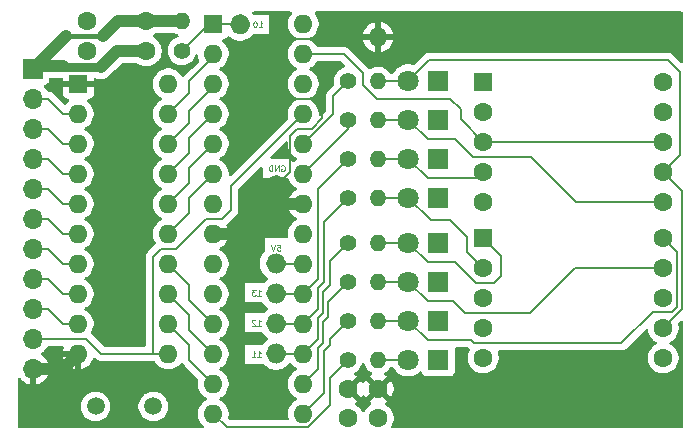
<source format=gbr>
%TF.GenerationSoftware,KiCad,Pcbnew,9.0.0*%
%TF.CreationDate,2025-06-26T09:06:52-07:00*%
%TF.ProjectId,HexDisplay,48657844-6973-4706-9c61-792e6b696361,A*%
%TF.SameCoordinates,Original*%
%TF.FileFunction,Copper,L2,Bot*%
%TF.FilePolarity,Positive*%
%FSLAX46Y46*%
G04 Gerber Fmt 4.6, Leading zero omitted, Abs format (unit mm)*
G04 Created by KiCad (PCBNEW 9.0.0) date 2025-06-26 09:06:52*
%MOMM*%
%LPD*%
G01*
G04 APERTURE LIST*
%TA.AperFunction,Conductor*%
%ADD10C,0.875428*%
%TD*%
%ADD11C,0.100000*%
%TA.AperFunction,NonConductor*%
%ADD12C,0.100000*%
%TD*%
%TA.AperFunction,ComponentPad*%
%ADD13O,1.600000X1.600000*%
%TD*%
%TA.AperFunction,ComponentPad*%
%ADD14C,1.400000*%
%TD*%
%TA.AperFunction,ComponentPad*%
%ADD15O,1.400000X1.400000*%
%TD*%
%TA.AperFunction,ComponentPad*%
%ADD16R,1.800000X1.800000*%
%TD*%
%TA.AperFunction,ComponentPad*%
%ADD17C,1.800000*%
%TD*%
%TA.AperFunction,ComponentPad*%
%ADD18R,1.600000X1.600000*%
%TD*%
%TA.AperFunction,ComponentPad*%
%ADD19C,1.600000*%
%TD*%
%TA.AperFunction,ComponentPad*%
%ADD20C,1.500000*%
%TD*%
%TA.AperFunction,ComponentPad*%
%ADD21R,1.700000X1.700000*%
%TD*%
%TA.AperFunction,ComponentPad*%
%ADD22O,1.700000X1.700000*%
%TD*%
%TA.AperFunction,Conductor*%
%ADD23C,0.200000*%
%TD*%
%TA.AperFunction,Conductor*%
%ADD24C,0.750000*%
%TD*%
%TA.AperFunction,Conductor*%
%ADD25C,1.000000*%
%TD*%
%TA.AperFunction,Conductor*%
%ADD26C,0.450000*%
%TD*%
G04 APERTURE END LIST*
%TO.N,/D2*%
D10*
X97198286Y-69977000D02*
G75*
G02*
X96322858Y-69977000I-437714J0D01*
G01*
X96322858Y-69977000D02*
G75*
G02*
X97198286Y-69977000I437714J0D01*
G01*
%TO.N,GND*%
X97211714Y-60819572D02*
G75*
G02*
X96336286Y-60819572I-437714J0D01*
G01*
X96336286Y-60819572D02*
G75*
G02*
X97211714Y-60819572I437714J0D01*
G01*
%TO.N,+5V*%
X97198286Y-67437000D02*
G75*
G02*
X96322858Y-67437000I-437714J0D01*
G01*
X96322858Y-67437000D02*
G75*
G02*
X97198286Y-67437000I437714J0D01*
G01*
%TO.N,/RES*%
X94150286Y-47193200D02*
G75*
G02*
X93274858Y-47193200I-437714J0D01*
G01*
X93274858Y-47193200D02*
G75*
G02*
X94150286Y-47193200I437714J0D01*
G01*
%TO.N,/D3*%
X97198286Y-72517000D02*
G75*
G02*
X96322858Y-72517000I-437714J0D01*
G01*
X96322858Y-72517000D02*
G75*
G02*
X97198286Y-72517000I437714J0D01*
G01*
%TO.N,/D4*%
X97198286Y-75057000D02*
G75*
G02*
X96322858Y-75057000I-437714J0D01*
G01*
X96322858Y-75057000D02*
G75*
G02*
X97198286Y-75057000I437714J0D01*
G01*
D11*
D12*
X95184258Y-72704609D02*
X95469972Y-72704609D01*
X95327115Y-72704609D02*
X95327115Y-72204609D01*
X95327115Y-72204609D02*
X95374734Y-72276038D01*
X95374734Y-72276038D02*
X95422353Y-72323657D01*
X95422353Y-72323657D02*
X95469972Y-72347466D01*
X94993782Y-72252228D02*
X94969973Y-72228419D01*
X94969973Y-72228419D02*
X94922354Y-72204609D01*
X94922354Y-72204609D02*
X94803306Y-72204609D01*
X94803306Y-72204609D02*
X94755687Y-72228419D01*
X94755687Y-72228419D02*
X94731878Y-72252228D01*
X94731878Y-72252228D02*
X94708068Y-72299847D01*
X94708068Y-72299847D02*
X94708068Y-72347466D01*
X94708068Y-72347466D02*
X94731878Y-72418895D01*
X94731878Y-72418895D02*
X95017592Y-72704609D01*
X95017592Y-72704609D02*
X94708068Y-72704609D01*
D11*
D12*
X95311258Y-47431609D02*
X95596972Y-47431609D01*
X95454115Y-47431609D02*
X95454115Y-46931609D01*
X95454115Y-46931609D02*
X95501734Y-47003038D01*
X95501734Y-47003038D02*
X95549353Y-47050657D01*
X95549353Y-47050657D02*
X95596972Y-47074466D01*
X95001735Y-46931609D02*
X94954116Y-46931609D01*
X94954116Y-46931609D02*
X94906497Y-46955419D01*
X94906497Y-46955419D02*
X94882687Y-46979228D01*
X94882687Y-46979228D02*
X94858878Y-47026847D01*
X94858878Y-47026847D02*
X94835068Y-47122085D01*
X94835068Y-47122085D02*
X94835068Y-47241133D01*
X94835068Y-47241133D02*
X94858878Y-47336371D01*
X94858878Y-47336371D02*
X94882687Y-47383990D01*
X94882687Y-47383990D02*
X94906497Y-47407800D01*
X94906497Y-47407800D02*
X94954116Y-47431609D01*
X94954116Y-47431609D02*
X95001735Y-47431609D01*
X95001735Y-47431609D02*
X95049354Y-47407800D01*
X95049354Y-47407800D02*
X95073163Y-47383990D01*
X95073163Y-47383990D02*
X95096973Y-47336371D01*
X95096973Y-47336371D02*
X95120782Y-47241133D01*
X95120782Y-47241133D02*
X95120782Y-47122085D01*
X95120782Y-47122085D02*
X95096973Y-47026847D01*
X95096973Y-47026847D02*
X95073163Y-46979228D01*
X95073163Y-46979228D02*
X95049354Y-46955419D01*
X95049354Y-46955419D02*
X95001735Y-46931609D01*
D11*
D12*
X96859068Y-65854609D02*
X97097163Y-65854609D01*
X97097163Y-65854609D02*
X97120972Y-66092704D01*
X97120972Y-66092704D02*
X97097163Y-66068895D01*
X97097163Y-66068895D02*
X97049544Y-66045085D01*
X97049544Y-66045085D02*
X96930496Y-66045085D01*
X96930496Y-66045085D02*
X96882877Y-66068895D01*
X96882877Y-66068895D02*
X96859068Y-66092704D01*
X96859068Y-66092704D02*
X96835258Y-66140323D01*
X96835258Y-66140323D02*
X96835258Y-66259371D01*
X96835258Y-66259371D02*
X96859068Y-66306990D01*
X96859068Y-66306990D02*
X96882877Y-66330800D01*
X96882877Y-66330800D02*
X96930496Y-66354609D01*
X96930496Y-66354609D02*
X97049544Y-66354609D01*
X97049544Y-66354609D02*
X97097163Y-66330800D01*
X97097163Y-66330800D02*
X97120972Y-66306990D01*
X96692401Y-65854609D02*
X96525735Y-66354609D01*
X96525735Y-66354609D02*
X96359068Y-65854609D01*
D11*
D12*
X95184258Y-70164609D02*
X95469972Y-70164609D01*
X95327115Y-70164609D02*
X95327115Y-69664609D01*
X95327115Y-69664609D02*
X95374734Y-69736038D01*
X95374734Y-69736038D02*
X95422353Y-69783657D01*
X95422353Y-69783657D02*
X95469972Y-69807466D01*
X95017592Y-69664609D02*
X94708068Y-69664609D01*
X94708068Y-69664609D02*
X94874735Y-69855085D01*
X94874735Y-69855085D02*
X94803306Y-69855085D01*
X94803306Y-69855085D02*
X94755687Y-69878895D01*
X94755687Y-69878895D02*
X94731878Y-69902704D01*
X94731878Y-69902704D02*
X94708068Y-69950323D01*
X94708068Y-69950323D02*
X94708068Y-70069371D01*
X94708068Y-70069371D02*
X94731878Y-70116990D01*
X94731878Y-70116990D02*
X94755687Y-70140800D01*
X94755687Y-70140800D02*
X94803306Y-70164609D01*
X94803306Y-70164609D02*
X94946163Y-70164609D01*
X94946163Y-70164609D02*
X94993782Y-70140800D01*
X94993782Y-70140800D02*
X95017592Y-70116990D01*
D11*
D12*
X97216258Y-59147419D02*
X97263877Y-59123609D01*
X97263877Y-59123609D02*
X97335306Y-59123609D01*
X97335306Y-59123609D02*
X97406734Y-59147419D01*
X97406734Y-59147419D02*
X97454353Y-59195038D01*
X97454353Y-59195038D02*
X97478163Y-59242657D01*
X97478163Y-59242657D02*
X97501972Y-59337895D01*
X97501972Y-59337895D02*
X97501972Y-59409323D01*
X97501972Y-59409323D02*
X97478163Y-59504561D01*
X97478163Y-59504561D02*
X97454353Y-59552180D01*
X97454353Y-59552180D02*
X97406734Y-59599800D01*
X97406734Y-59599800D02*
X97335306Y-59623609D01*
X97335306Y-59623609D02*
X97287687Y-59623609D01*
X97287687Y-59623609D02*
X97216258Y-59599800D01*
X97216258Y-59599800D02*
X97192449Y-59575990D01*
X97192449Y-59575990D02*
X97192449Y-59409323D01*
X97192449Y-59409323D02*
X97287687Y-59409323D01*
X96978163Y-59623609D02*
X96978163Y-59123609D01*
X96978163Y-59123609D02*
X96692449Y-59623609D01*
X96692449Y-59623609D02*
X96692449Y-59123609D01*
X96454353Y-59623609D02*
X96454353Y-59123609D01*
X96454353Y-59123609D02*
X96335305Y-59123609D01*
X96335305Y-59123609D02*
X96263877Y-59147419D01*
X96263877Y-59147419D02*
X96216258Y-59195038D01*
X96216258Y-59195038D02*
X96192448Y-59242657D01*
X96192448Y-59242657D02*
X96168639Y-59337895D01*
X96168639Y-59337895D02*
X96168639Y-59409323D01*
X96168639Y-59409323D02*
X96192448Y-59504561D01*
X96192448Y-59504561D02*
X96216258Y-59552180D01*
X96216258Y-59552180D02*
X96263877Y-59599800D01*
X96263877Y-59599800D02*
X96335305Y-59623609D01*
X96335305Y-59623609D02*
X96454353Y-59623609D01*
D11*
D12*
X95184258Y-75371609D02*
X95469972Y-75371609D01*
X95327115Y-75371609D02*
X95327115Y-74871609D01*
X95327115Y-74871609D02*
X95374734Y-74943038D01*
X95374734Y-74943038D02*
X95422353Y-74990657D01*
X95422353Y-74990657D02*
X95469972Y-75014466D01*
X94708068Y-75371609D02*
X94993782Y-75371609D01*
X94850925Y-75371609D02*
X94850925Y-74871609D01*
X94850925Y-74871609D02*
X94898544Y-74943038D01*
X94898544Y-74943038D02*
X94946163Y-74990657D01*
X94946163Y-74990657D02*
X94993782Y-75014466D01*
%TD*%
D13*
%TO.P,,22,GND*%
%TO.N,GND*%
X105410000Y-48260000D03*
%TD*%
D14*
%TO.P,R9,1*%
%TO.N,/D7*%
X102870000Y-75590400D03*
D15*
%TO.P,R9,2*%
%TO.N,Net-(D8-A)*%
X105410000Y-75590400D03*
%TD*%
D16*
%TO.P,D7,1,K*%
%TO.N,Net-(D1-K)*%
X110490000Y-72288400D03*
D17*
%TO.P,D7,2,A*%
%TO.N,Net-(D7-A)*%
X107950000Y-72288400D03*
%TD*%
D16*
%TO.P,D4,1,K*%
%TO.N,Net-(D1-K)*%
X110490000Y-61874400D03*
D17*
%TO.P,D4,2,A*%
%TO.N,Net-(D4-A)*%
X107950000Y-61874400D03*
%TD*%
D18*
%TO.P,U1,1,~{RESET}/PC6*%
%TO.N,/RES*%
X91440000Y-47142400D03*
D13*
%TO.P,U1,2,PD0*%
%TO.N,Net-(U1-PD0)*%
X91440000Y-49682400D03*
%TO.P,U1,3,PD1*%
%TO.N,Net-(U1-PD1)*%
X91440000Y-52222400D03*
%TO.P,U1,4,PD2*%
%TO.N,Net-(U1-PD2)*%
X91440000Y-54762400D03*
%TO.P,U1,5,PD3*%
%TO.N,Net-(U1-PD3)*%
X91440000Y-57302400D03*
%TO.P,U1,6,PD4*%
%TO.N,Net-(U1-PD4)*%
X91440000Y-59842400D03*
%TO.P,U1,7,VCC*%
%TO.N,+5V*%
X91440000Y-62382400D03*
%TO.P,U1,8,GND*%
%TO.N,GND*%
X91440000Y-64922400D03*
%TO.P,U1,9,XTAL1/PB6*%
%TO.N,Net-(U1-XTAL1{slash}PB6)*%
X91440000Y-67462400D03*
%TO.P,U1,10,XTAL2/PB7*%
%TO.N,Net-(U1-XTAL2{slash}PB7)*%
X91440000Y-70002400D03*
%TO.P,U1,11,PD5*%
%TO.N,Net-(U1-PD5)*%
X91440000Y-72542400D03*
%TO.P,U1,12,PD6*%
%TO.N,Net-(U1-PD6)*%
X91440000Y-75082400D03*
%TO.P,U1,13,PD7*%
%TO.N,Net-(U1-PD7)*%
X91440000Y-77622400D03*
%TO.P,U1,14,PB0*%
%TO.N,/D7*%
X91440000Y-80162400D03*
%TO.P,U1,15,PB1*%
%TO.N,/D6*%
X99060000Y-80162400D03*
%TO.P,U1,16,PB2*%
%TO.N,/D5*%
X99060000Y-77622400D03*
%TO.P,U1,17,PB3*%
%TO.N,/D4*%
X99060000Y-75082400D03*
%TO.P,U1,18,PB4*%
%TO.N,/D3*%
X99060000Y-72542400D03*
%TO.P,U1,19,PB5*%
%TO.N,/D2*%
X99060000Y-70002400D03*
%TO.P,U1,20,AVCC*%
%TO.N,+5V*%
X99060000Y-67462400D03*
%TO.P,U1,21,AREF*%
%TO.N,unconnected-(U1-AREF-Pad21)*%
X99060000Y-64922400D03*
%TO.P,U1,22,GND*%
%TO.N,GND*%
X99060000Y-62382400D03*
%TO.P,U1,23,PC0*%
%TO.N,/D1*%
X99060000Y-59842400D03*
%TO.P,U1,24,PC1*%
%TO.N,/D0*%
X99060000Y-57302400D03*
%TO.P,U1,25,PC2*%
%TO.N,Net-(J1-Pin_10)*%
X99060000Y-54762400D03*
%TO.P,U1,26,PC3*%
%TO.N,Net-(D1-K)*%
X99060000Y-52222400D03*
%TO.P,U1,27,PC4*%
%TO.N,Net-(U1-PC4)*%
X99060000Y-49682400D03*
%TO.P,U1,28,PC5*%
%TO.N,Net-(U1-PC5)*%
X99060000Y-47142400D03*
%TD*%
D16*
%TO.P,D1,1,K*%
%TO.N,Net-(D1-K)*%
X110490000Y-51968400D03*
D17*
%TO.P,D1,2,A*%
%TO.N,Net-(D1-A)*%
X107950000Y-51968400D03*
%TD*%
D19*
%TO.P,C3,1*%
%TO.N,+5V*%
X85770000Y-46922400D03*
%TO.P,C3,2*%
%TO.N,GND*%
X80770000Y-46922400D03*
%TD*%
D16*
%TO.P,D6,1,K*%
%TO.N,Net-(D1-K)*%
X110490000Y-68986400D03*
D17*
%TO.P,D6,2,A*%
%TO.N,Net-(D6-A)*%
X107950000Y-68986400D03*
%TD*%
D16*
%TO.P,D3,1,K*%
%TO.N,Net-(D1-K)*%
X110490000Y-58572400D03*
D17*
%TO.P,D3,2,A*%
%TO.N,Net-(D3-A)*%
X107950000Y-58572400D03*
%TD*%
D18*
%TO.P,U3,1,E*%
%TO.N,Net-(D5-A)*%
X114300000Y-52032400D03*
D19*
%TO.P,U3,2,D*%
%TO.N,Net-(D4-A)*%
X114300000Y-54572400D03*
%TO.P,U3,3,CC*%
%TO.N,Net-(U1-PC4)*%
X114300000Y-57112400D03*
%TO.P,U3,4,C*%
%TO.N,Net-(D3-A)*%
X114300000Y-59652400D03*
%TO.P,U3,5,DP*%
%TO.N,unconnected-(U3-DP-Pad5)*%
X114300000Y-62192400D03*
%TO.P,U3,6,B*%
%TO.N,Net-(D2-A)*%
X129540000Y-62192400D03*
%TO.P,U3,7,A*%
%TO.N,Net-(D1-A)*%
X129540000Y-59652400D03*
%TO.P,U3,8,CC*%
%TO.N,Net-(U1-PC4)*%
X129540000Y-57112400D03*
%TO.P,U3,9,F*%
%TO.N,Net-(D6-A)*%
X129540000Y-54572400D03*
%TO.P,U3,10,G*%
%TO.N,Net-(D7-A)*%
X129540000Y-52032400D03*
%TD*%
%TO.P,C1,1*%
%TO.N,GND*%
X80770000Y-49422400D03*
%TO.P,C1,2*%
%TO.N,+5V*%
X85770000Y-49422400D03*
%TD*%
D20*
%TO.P,Y1,1,1*%
%TO.N,Net-(U1-XTAL2{slash}PB7)*%
X86360000Y-79527400D03*
%TO.P,Y1,2,2*%
%TO.N,Net-(U1-XTAL1{slash}PB6)*%
X81480000Y-79527400D03*
%TD*%
D14*
%TO.P,R2,1*%
%TO.N,/D0*%
X102870000Y-51998400D03*
D15*
%TO.P,R2,2*%
%TO.N,Net-(D1-A)*%
X105410000Y-51998400D03*
%TD*%
D16*
%TO.P,D2,1,K*%
%TO.N,Net-(D1-K)*%
X110490000Y-55270400D03*
D17*
%TO.P,D2,2,A*%
%TO.N,Net-(D2-A)*%
X107950000Y-55270400D03*
%TD*%
D14*
%TO.P,R8,1*%
%TO.N,/D6*%
X102870000Y-72288400D03*
D15*
%TO.P,R8,2*%
%TO.N,Net-(D7-A)*%
X105410000Y-72288400D03*
%TD*%
D19*
%TO.P,C5,1*%
%TO.N,Net-(U1-XTAL1{slash}PB6)*%
X105410000Y-80543400D03*
%TO.P,C5,2*%
%TO.N,GND*%
X105410000Y-78043400D03*
%TD*%
D14*
%TO.P,R1,1*%
%TO.N,/RES*%
X88770000Y-49422400D03*
D15*
%TO.P,R1,2*%
%TO.N,+5V*%
X88770000Y-46882400D03*
%TD*%
D21*
%TO.P,J1,1,Pin_1*%
%TO.N,+5V*%
X76200000Y-50952400D03*
D22*
%TO.P,J1,2,Pin_2*%
%TO.N,Net-(J1-Pin_2)*%
X76200000Y-53492400D03*
%TO.P,J1,3,Pin_3*%
%TO.N,Net-(J1-Pin_3)*%
X76200000Y-56032400D03*
%TO.P,J1,4,Pin_4*%
%TO.N,Net-(J1-Pin_4)*%
X76200000Y-58572400D03*
%TO.P,J1,5,Pin_5*%
%TO.N,Net-(J1-Pin_5)*%
X76200000Y-61112400D03*
%TO.P,J1,6,Pin_6*%
%TO.N,Net-(J1-Pin_6)*%
X76200000Y-63652400D03*
%TO.P,J1,7,Pin_7*%
%TO.N,Net-(J1-Pin_7)*%
X76200000Y-66192400D03*
%TO.P,J1,8,Pin_8*%
%TO.N,Net-(J1-Pin_8)*%
X76200000Y-68732400D03*
%TO.P,J1,9,Pin_9*%
%TO.N,Net-(J1-Pin_9)*%
X76200000Y-71272400D03*
%TO.P,J1,10,Pin_10*%
%TO.N,Net-(J1-Pin_10)*%
X76200000Y-73812400D03*
%TO.P,J1,11,Pin_11*%
%TO.N,GND*%
X76200000Y-76352400D03*
%TD*%
D14*
%TO.P,R6,1*%
%TO.N,/D4*%
X102870000Y-65684400D03*
D15*
%TO.P,R6,2*%
%TO.N,Net-(D5-A)*%
X105410000Y-65684400D03*
%TD*%
D16*
%TO.P,D8,1,K*%
%TO.N,Net-(D1-K)*%
X110490000Y-75590400D03*
D17*
%TO.P,D8,2,A*%
%TO.N,Net-(D8-A)*%
X107950000Y-75590400D03*
%TD*%
D14*
%TO.P,R4,1*%
%TO.N,/D2*%
X102870000Y-58572400D03*
D15*
%TO.P,R4,2*%
%TO.N,Net-(D3-A)*%
X105410000Y-58572400D03*
%TD*%
D14*
%TO.P,R3,1*%
%TO.N,/D1*%
X102870000Y-55270400D03*
D15*
%TO.P,R3,2*%
%TO.N,Net-(D2-A)*%
X105410000Y-55270400D03*
%TD*%
D14*
%TO.P,R7,1*%
%TO.N,/D5*%
X102870000Y-68986400D03*
D15*
%TO.P,R7,2*%
%TO.N,Net-(D6-A)*%
X105410000Y-68986400D03*
%TD*%
D14*
%TO.P,R5,1*%
%TO.N,/D3*%
X102870000Y-61874400D03*
D15*
%TO.P,R5,2*%
%TO.N,Net-(D4-A)*%
X105410000Y-61874400D03*
%TD*%
D19*
%TO.P,C4,1*%
%TO.N,Net-(U1-XTAL2{slash}PB7)*%
X102870000Y-80543400D03*
%TO.P,C4,2*%
%TO.N,GND*%
X102870000Y-78043400D03*
%TD*%
D18*
%TO.P,U2,1,OE*%
%TO.N,GND*%
X80010000Y-52222400D03*
D13*
%TO.P,U2,2,D0*%
%TO.N,Net-(J1-Pin_2)*%
X80010000Y-54762400D03*
%TO.P,U2,3,D1*%
%TO.N,Net-(J1-Pin_3)*%
X80010000Y-57302400D03*
%TO.P,U2,4,D2*%
%TO.N,Net-(J1-Pin_4)*%
X80010000Y-59842400D03*
%TO.P,U2,5,D3*%
%TO.N,Net-(J1-Pin_5)*%
X80010000Y-62382400D03*
%TO.P,U2,6,D4*%
%TO.N,Net-(J1-Pin_6)*%
X80010000Y-64922400D03*
%TO.P,U2,7,D5*%
%TO.N,Net-(J1-Pin_7)*%
X80010000Y-67462400D03*
%TO.P,U2,8,D6*%
%TO.N,Net-(J1-Pin_8)*%
X80010000Y-70002400D03*
%TO.P,U2,9,D7*%
%TO.N,Net-(J1-Pin_9)*%
X80010000Y-72542400D03*
%TO.P,U2,10,GND*%
%TO.N,GND*%
X80010000Y-75082400D03*
%TO.P,U2,11,Cp*%
%TO.N,Net-(J1-Pin_10)*%
X87630000Y-75082400D03*
%TO.P,U2,12,Q7*%
%TO.N,Net-(U1-PD7)*%
X87630000Y-72542400D03*
%TO.P,U2,13,Q6*%
%TO.N,Net-(U1-PD6)*%
X87630000Y-70002400D03*
%TO.P,U2,14,Q5*%
%TO.N,Net-(U1-PD5)*%
X87630000Y-67462400D03*
%TO.P,U2,15,Q4*%
%TO.N,Net-(U1-PD4)*%
X87630000Y-64922400D03*
%TO.P,U2,16,Q3*%
%TO.N,Net-(U1-PD3)*%
X87630000Y-62382400D03*
%TO.P,U2,17,Q2*%
%TO.N,Net-(U1-PD2)*%
X87630000Y-59842400D03*
%TO.P,U2,18,Q1*%
%TO.N,Net-(U1-PD1)*%
X87630000Y-57302400D03*
%TO.P,U2,19,Q0*%
%TO.N,Net-(U1-PD0)*%
X87630000Y-54762400D03*
%TO.P,U2,20,VCC*%
%TO.N,+5V*%
X87630000Y-52222400D03*
%TD*%
D18*
%TO.P,U4,1,E*%
%TO.N,Net-(D5-A)*%
X114300000Y-65282400D03*
D19*
%TO.P,U4,2,D*%
%TO.N,Net-(D4-A)*%
X114300000Y-67822400D03*
%TO.P,U4,3,CC*%
%TO.N,Net-(U1-PC5)*%
X114300000Y-70362400D03*
%TO.P,U4,4,C*%
%TO.N,Net-(D3-A)*%
X114300000Y-72902400D03*
%TO.P,U4,5,DP*%
%TO.N,unconnected-(U4-DP-Pad5)*%
X114300000Y-75442400D03*
%TO.P,U4,6,B*%
%TO.N,Net-(D2-A)*%
X129540000Y-75442400D03*
%TO.P,U4,7,A*%
%TO.N,Net-(D1-A)*%
X129540000Y-72902400D03*
%TO.P,U4,8,CC*%
%TO.N,Net-(U1-PC5)*%
X129540000Y-70362400D03*
%TO.P,U4,9,F*%
%TO.N,Net-(D6-A)*%
X129540000Y-67822400D03*
%TO.P,U4,10,G*%
%TO.N,Net-(D7-A)*%
X129540000Y-65282400D03*
%TD*%
D16*
%TO.P,D5,1,K*%
%TO.N,Net-(D1-K)*%
X110490000Y-65684400D03*
D17*
%TO.P,D5,2,A*%
%TO.N,Net-(D5-A)*%
X107950000Y-65684400D03*
%TD*%
D23*
%TO.N,GND*%
X97612200Y-48437800D02*
X105410000Y-48437800D01*
X100126800Y-53467000D02*
X97866200Y-53467000D01*
X100660200Y-55135100D02*
X100660200Y-54000400D01*
X99762900Y-56032400D02*
X100660200Y-55135100D01*
X98526600Y-56032400D02*
X99762900Y-56032400D01*
X96774000Y-60819572D02*
X96848795Y-60819572D01*
X100660200Y-54000400D02*
X100126800Y-53467000D01*
X96848795Y-60819572D02*
X97959000Y-59709367D01*
X96774000Y-62128400D02*
X96774000Y-60819572D01*
X96520000Y-62382400D02*
X96774000Y-62128400D01*
X97959000Y-59709367D02*
X97959000Y-56600000D01*
X97612200Y-53213000D02*
X97612200Y-48437800D01*
X97959000Y-56600000D02*
X98526600Y-56032400D01*
X97866200Y-53467000D02*
X97612200Y-53213000D01*
D24*
%TO.N,+5V*%
X81915000Y-50825400D02*
X78867000Y-50825400D01*
D23*
X76200000Y-50952400D02*
X76454000Y-50698400D01*
D25*
X83318000Y-49422400D02*
X85770000Y-49422400D01*
D23*
X88730000Y-46922400D02*
X88770000Y-46882400D01*
X96785972Y-67462400D02*
X99060000Y-67462400D01*
D25*
X85770000Y-46922400D02*
X83379600Y-46922400D01*
X81915000Y-50825400D02*
X83318000Y-49422400D01*
D26*
X82143600Y-48158400D02*
X78994000Y-48158400D01*
D25*
X76454000Y-50698400D02*
X78740000Y-50698400D01*
D23*
X96760572Y-67437000D02*
X96785972Y-67462400D01*
D25*
X85770000Y-46922400D02*
X88730000Y-46922400D01*
X83379600Y-46922400D02*
X82143600Y-48158400D01*
X76200000Y-50952400D02*
X78994000Y-48158400D01*
%TO.N,GND*%
X91440000Y-64922400D02*
X93980000Y-64922400D01*
X76200000Y-76352400D02*
X78740000Y-76352400D01*
X93980000Y-64922400D02*
X96520000Y-62382400D01*
X78740000Y-76352400D02*
X80010000Y-75082400D01*
X96520000Y-62382400D02*
X99060000Y-62382400D01*
D23*
%TO.N,Net-(D1-A)*%
X129540000Y-59652400D02*
X131165600Y-61278000D01*
X105410000Y-51998400D02*
X107920000Y-51998400D01*
X130937000Y-58255400D02*
X129540000Y-59652400D01*
X129921000Y-50190400D02*
X130937000Y-51206400D01*
X109728000Y-50190400D02*
X129921000Y-50190400D01*
X107950000Y-51968400D02*
X109728000Y-50190400D01*
X107920000Y-51998400D02*
X107950000Y-51968400D01*
X130937000Y-51206400D02*
X130937000Y-58255400D01*
X131165600Y-71276800D02*
X129540000Y-72902400D01*
X131165600Y-61278000D02*
X131165600Y-71276800D01*
%TO.N,Net-(D2-A)*%
X109601000Y-56921400D02*
X111887000Y-56921400D01*
X118364000Y-58445400D02*
X122111000Y-62192400D01*
X107950000Y-55270400D02*
X109601000Y-56921400D01*
X111887000Y-56921400D02*
X113411000Y-58445400D01*
X113411000Y-58445400D02*
X118364000Y-58445400D01*
X122111000Y-62192400D02*
X129540000Y-62192400D01*
X105410000Y-55270400D02*
X107950000Y-55270400D01*
%TO.N,Net-(D3-A)*%
X113729000Y-60223400D02*
X114300000Y-59652400D01*
X109601000Y-60223400D02*
X113729000Y-60223400D01*
X105410000Y-58572400D02*
X107950000Y-58572400D01*
X107950000Y-58572400D02*
X109601000Y-60223400D01*
%TO.N,Net-(D4-A)*%
X112903000Y-65176400D02*
X112903000Y-66425400D01*
X109855000Y-63779400D02*
X111506000Y-63779400D01*
X105410000Y-61874400D02*
X107950000Y-61874400D01*
X112903000Y-66425400D02*
X114300000Y-67822400D01*
X111506000Y-63779400D02*
X112903000Y-65176400D01*
X107950000Y-61874400D02*
X109855000Y-63779400D01*
%TO.N,Net-(D5-A)*%
X111887000Y-67335400D02*
X113665000Y-69113400D01*
X113665000Y-69113400D02*
X115189000Y-69113400D01*
X105410000Y-65684400D02*
X107950000Y-65684400D01*
X107950000Y-65684400D02*
X109601000Y-67335400D01*
X115824000Y-68478400D02*
X115824000Y-66806400D01*
X109601000Y-67335400D02*
X111887000Y-67335400D01*
X115189000Y-69113400D02*
X115824000Y-68478400D01*
X115824000Y-66806400D02*
X114300000Y-65282400D01*
%TO.N,Net-(D6-A)*%
X107950000Y-68986400D02*
X109611500Y-70647900D01*
X109611500Y-70647900D02*
X111749500Y-70647900D01*
X112765500Y-71663900D02*
X118226500Y-71663900D01*
X105410000Y-68986400D02*
X107950000Y-68986400D01*
X122068000Y-67822400D02*
X129773000Y-67822400D01*
X118226500Y-71663900D02*
X122068000Y-67822400D01*
X111749500Y-70647900D02*
X112765500Y-71663900D01*
%TO.N,Net-(D7-A)*%
X130302000Y-71526400D02*
X128651000Y-71526400D01*
X113538000Y-74193400D02*
X113284000Y-73939400D01*
X125984000Y-74193400D02*
X113538000Y-74193400D01*
X129540000Y-65282400D02*
X130683000Y-66425400D01*
X130683000Y-66425400D02*
X130683000Y-71145400D01*
X109601000Y-73939400D02*
X107950000Y-72288400D01*
X105410000Y-72288400D02*
X107950000Y-72288400D01*
X130683000Y-71145400D02*
X130302000Y-71526400D01*
X128651000Y-71526400D02*
X125984000Y-74193400D01*
X113284000Y-73939400D02*
X109601000Y-73939400D01*
%TO.N,Net-(D8-A)*%
X105410000Y-75590400D02*
X107950000Y-75590400D01*
%TO.N,/RES*%
X88770000Y-49422400D02*
X91050000Y-47142400D01*
X91050000Y-47142400D02*
X91440000Y-47142400D01*
X93534772Y-47142400D02*
X93585572Y-47193200D01*
X91440000Y-47142400D02*
X93534772Y-47142400D01*
%TO.N,Net-(U1-PD0)*%
X87630000Y-54762400D02*
X89408000Y-52984400D01*
X89408000Y-52984400D02*
X89408000Y-52000035D01*
X89408000Y-52000035D02*
X91440000Y-49968035D01*
X91440000Y-49968035D02*
X91440000Y-49682400D01*
%TO.N,Net-(U1-PD6)*%
X89408000Y-71780400D02*
X89408000Y-73050400D01*
X89408000Y-73050400D02*
X91440000Y-75082400D01*
X87630000Y-70002400D02*
X89408000Y-71780400D01*
%TO.N,Net-(U1-PD3)*%
X89408000Y-60604400D02*
X89408000Y-59334400D01*
X87630000Y-62382400D02*
X89408000Y-60604400D01*
X89408000Y-59334400D02*
X91440000Y-57302400D01*
%TO.N,Net-(U1-PD5)*%
X89408000Y-69240400D02*
X89408000Y-70510400D01*
X87630000Y-67462400D02*
X89408000Y-69240400D01*
X89408000Y-70510400D02*
X91440000Y-72542400D01*
%TO.N,Net-(U1-PD4)*%
X89408000Y-61874400D02*
X89408000Y-63144400D01*
X89408000Y-63144400D02*
X87630000Y-64922400D01*
X91440000Y-59842400D02*
X89408000Y-61874400D01*
%TO.N,Net-(U1-PD7)*%
X89408000Y-75590400D02*
X91440000Y-77622400D01*
X87630000Y-72542400D02*
X89408000Y-74320400D01*
X89408000Y-74320400D02*
X89408000Y-75590400D01*
%TO.N,Net-(U1-PC4)*%
X114300000Y-57112400D02*
X112395000Y-55207400D01*
X104140000Y-52349400D02*
X104140000Y-51333400D01*
X111506000Y-53492400D02*
X105283000Y-53492400D01*
X104140000Y-51333400D02*
X102489000Y-49682400D01*
X112395000Y-55207400D02*
X112395000Y-54381400D01*
X114300000Y-57112400D02*
X129540000Y-57112400D01*
X112395000Y-54381400D02*
X111506000Y-53492400D01*
X105283000Y-53492400D02*
X104140000Y-52349400D01*
X102489000Y-49682400D02*
X99060000Y-49682400D01*
%TO.N,Net-(U1-PD1)*%
X89408000Y-55524400D02*
X89408000Y-54540035D01*
X89408000Y-54540035D02*
X91440000Y-52508035D01*
X87630000Y-57302400D02*
X89408000Y-55524400D01*
X91440000Y-52508035D02*
X91440000Y-52222400D01*
%TO.N,Net-(U1-PD2)*%
X89408000Y-58064400D02*
X89408000Y-56794400D01*
X87630000Y-59842400D02*
X89408000Y-58064400D01*
X89408000Y-56794400D02*
X91440000Y-54762400D01*
%TO.N,Net-(J1-Pin_2)*%
X76200000Y-53492400D02*
X77470000Y-53492400D01*
X77470000Y-53492400D02*
X78740000Y-54762400D01*
X78740000Y-54762400D02*
X80010000Y-54762400D01*
%TO.N,Net-(J1-Pin_8)*%
X78740000Y-70002400D02*
X80010000Y-70002400D01*
X76200000Y-68732400D02*
X77470000Y-68732400D01*
X77470000Y-68732400D02*
X78740000Y-70002400D01*
%TO.N,Net-(J1-Pin_4)*%
X77470000Y-58572400D02*
X78740000Y-59842400D01*
X76200000Y-58572400D02*
X77470000Y-58572400D01*
X78740000Y-59842400D02*
X80010000Y-59842400D01*
%TO.N,Net-(J1-Pin_7)*%
X78740000Y-67462400D02*
X80010000Y-67462400D01*
X76200000Y-66192400D02*
X77470000Y-66192400D01*
X77470000Y-66192400D02*
X78740000Y-67462400D01*
%TO.N,Net-(J1-Pin_5)*%
X76200000Y-61112400D02*
X77470000Y-61112400D01*
X77470000Y-61112400D02*
X78740000Y-62382400D01*
X78740000Y-62382400D02*
X80010000Y-62382400D01*
%TO.N,Net-(J1-Pin_3)*%
X76200000Y-56032400D02*
X77470000Y-56032400D01*
X78740000Y-57302400D02*
X80010000Y-57302400D01*
X77470000Y-56032400D02*
X78740000Y-57302400D01*
%TO.N,Net-(J1-Pin_6)*%
X77470000Y-63652400D02*
X78740000Y-64922400D01*
X76200000Y-63652400D02*
X77470000Y-63652400D01*
X78740000Y-64922400D02*
X80010000Y-64922400D01*
%TO.N,Net-(J1-Pin_9)*%
X77470000Y-71272400D02*
X78740000Y-72542400D01*
X78740000Y-72542400D02*
X80010000Y-72542400D01*
X76200000Y-71272400D02*
X77470000Y-71272400D01*
%TO.N,Net-(J1-Pin_10)*%
X86309200Y-66903600D02*
X86309200Y-75031600D01*
X81940400Y-75082400D02*
X87630000Y-75082400D01*
X86309200Y-75031600D02*
X86360000Y-75082400D01*
X86360000Y-75082400D02*
X87630000Y-75082400D01*
X90830400Y-63652400D02*
X88290400Y-66192400D01*
X88290400Y-66192400D02*
X87020400Y-66192400D01*
X92202000Y-63652400D02*
X90830400Y-63652400D01*
X76200000Y-73812400D02*
X80670400Y-73812400D01*
X87020400Y-66192400D02*
X86309200Y-66903600D01*
X92964000Y-60858400D02*
X92964000Y-62890400D01*
X80670400Y-73812400D02*
X81940400Y-75082400D01*
X99060000Y-54762400D02*
X92964000Y-60858400D01*
X92964000Y-62890400D02*
X92202000Y-63652400D01*
%TO.N,/D0*%
X101600000Y-54762400D02*
X99060000Y-57302400D01*
X101600000Y-53268400D02*
X101600000Y-54762400D01*
X102870000Y-51998400D02*
X101600000Y-53268400D01*
%TO.N,/D1*%
X102870000Y-56032400D02*
X99060000Y-59842400D01*
X102870000Y-55270400D02*
X102870000Y-56032400D01*
%TO.N,/D2*%
X96760572Y-69977000D02*
X96785972Y-70002400D01*
X100330000Y-61112400D02*
X100330000Y-68732400D01*
X96785972Y-70002400D02*
X99060000Y-70002400D01*
X100330000Y-68732400D02*
X99060000Y-70002400D01*
X102870000Y-58572400D02*
X100330000Y-61112400D01*
%TO.N,/D3*%
X100330000Y-69494400D02*
X100330000Y-71272400D01*
X96760572Y-72517000D02*
X96785972Y-72542400D01*
X102870000Y-61874400D02*
X100838000Y-63906400D01*
X96785972Y-72542400D02*
X99060000Y-72542400D01*
X100838000Y-68986400D02*
X100330000Y-69494400D01*
X100838000Y-63906400D02*
X100838000Y-68986400D01*
X100330000Y-71272400D02*
X99060000Y-72542400D01*
%TO.N,/D4*%
X100730000Y-69856400D02*
X100730000Y-71634400D01*
X96785972Y-75082400D02*
X99060000Y-75082400D01*
X101346000Y-67208400D02*
X101346000Y-69240400D01*
X100330000Y-72034400D02*
X100330000Y-73812400D01*
X101346000Y-69240400D02*
X100730000Y-69856400D01*
X102870000Y-65684400D02*
X101346000Y-67208400D01*
X100730000Y-71634400D02*
X100330000Y-72034400D01*
X96760572Y-75057000D02*
X96785972Y-75082400D01*
X100330000Y-73812400D02*
X99060000Y-75082400D01*
%TO.N,/D5*%
X100330000Y-76352400D02*
X99060000Y-77622400D01*
X100330000Y-74574400D02*
X100330000Y-76352400D01*
X101130000Y-71996400D02*
X100730000Y-72396400D01*
X100730000Y-74174400D02*
X100330000Y-74574400D01*
X102870000Y-68986400D02*
X101130000Y-70726400D01*
X100730000Y-72396400D02*
X100730000Y-74174400D01*
X101130000Y-70726400D02*
X101130000Y-71996400D01*
%TO.N,/D6*%
X100838000Y-74828400D02*
X100838000Y-78384400D01*
X100838000Y-78384400D02*
X99060000Y-80162400D01*
X101346000Y-73812400D02*
X101346000Y-74320400D01*
X101346000Y-74320400D02*
X100838000Y-74828400D01*
X102870000Y-72288400D02*
X101346000Y-73812400D01*
%TO.N,/D7*%
X101346000Y-79432035D02*
X99485035Y-81293000D01*
X99485035Y-81293000D02*
X92570600Y-81293000D01*
X92570600Y-81293000D02*
X91440000Y-80162400D01*
X102870000Y-75590400D02*
X101346000Y-77114400D01*
X101346000Y-77114400D02*
X101346000Y-79432035D01*
%TD*%
%TA.AperFunction,Conductor*%
%TO.N,GND*%
G36*
X78757315Y-74432585D02*
G01*
X78803070Y-74485389D01*
X78813014Y-74554547D01*
X78806408Y-74578628D01*
X78806749Y-74578739D01*
X78742009Y-74777986D01*
X78733391Y-74832400D01*
X79694314Y-74832400D01*
X79689920Y-74836794D01*
X79637259Y-74928006D01*
X79610000Y-75029739D01*
X79610000Y-75135061D01*
X79637259Y-75236794D01*
X79689920Y-75328006D01*
X79694314Y-75332400D01*
X78733391Y-75332400D01*
X78742009Y-75386813D01*
X78805244Y-75581429D01*
X78898140Y-75763749D01*
X79018417Y-75929294D01*
X79018417Y-75929295D01*
X79163104Y-76073982D01*
X79328650Y-76194259D01*
X79510968Y-76287154D01*
X79705578Y-76350388D01*
X79760000Y-76359007D01*
X79760000Y-75398086D01*
X79764394Y-75402480D01*
X79855606Y-75455141D01*
X79957339Y-75482400D01*
X80062661Y-75482400D01*
X80164394Y-75455141D01*
X80255606Y-75402480D01*
X80260000Y-75398086D01*
X80260000Y-76359006D01*
X80314421Y-76350388D01*
X80509031Y-76287154D01*
X80691349Y-76194259D01*
X80856894Y-76073982D01*
X80856895Y-76073982D01*
X81001582Y-75929295D01*
X81001582Y-75929294D01*
X81121859Y-75763749D01*
X81214755Y-75581429D01*
X81244298Y-75490508D01*
X81245850Y-75488237D01*
X81246047Y-75485492D01*
X81265451Y-75459570D01*
X81283735Y-75432832D01*
X81286271Y-75431760D01*
X81287919Y-75429559D01*
X81318249Y-75418246D01*
X81348094Y-75405634D01*
X81350805Y-75406103D01*
X81353383Y-75405142D01*
X81385029Y-75412026D01*
X81416940Y-75417549D01*
X81419788Y-75419587D01*
X81421656Y-75419994D01*
X81449910Y-75441145D01*
X81455539Y-75446774D01*
X81455549Y-75446785D01*
X81459879Y-75451115D01*
X81459880Y-75451116D01*
X81571684Y-75562920D01*
X81658495Y-75613039D01*
X81658497Y-75613041D01*
X81708613Y-75641976D01*
X81708615Y-75641977D01*
X81861342Y-75682900D01*
X81861343Y-75682900D01*
X86280943Y-75682900D01*
X86400398Y-75682900D01*
X86467437Y-75702585D01*
X86510883Y-75750605D01*
X86517715Y-75764014D01*
X86638028Y-75929613D01*
X86782786Y-76074371D01*
X86918079Y-76172665D01*
X86948390Y-76194687D01*
X87064607Y-76253903D01*
X87130776Y-76287618D01*
X87130778Y-76287618D01*
X87130781Y-76287620D01*
X87235137Y-76321527D01*
X87325465Y-76350877D01*
X87405832Y-76363606D01*
X87527648Y-76382900D01*
X87527649Y-76382900D01*
X87732351Y-76382900D01*
X87732352Y-76382900D01*
X87934534Y-76350877D01*
X88129219Y-76287620D01*
X88311610Y-76194687D01*
X88408889Y-76124010D01*
X88477213Y-76074371D01*
X88477215Y-76074368D01*
X88477219Y-76074366D01*
X88621966Y-75929619D01*
X88670478Y-75862846D01*
X88725806Y-75820182D01*
X88795419Y-75814201D01*
X88857215Y-75846806D01*
X88878183Y-75873732D01*
X88927477Y-75959112D01*
X88927481Y-75959117D01*
X89046349Y-76077985D01*
X89046355Y-76077990D01*
X90145922Y-77177557D01*
X90179407Y-77238880D01*
X90176173Y-77303555D01*
X90171522Y-77317868D01*
X90139500Y-77520048D01*
X90139500Y-77724751D01*
X90171522Y-77926934D01*
X90234781Y-78121623D01*
X90327715Y-78304013D01*
X90448028Y-78469613D01*
X90592786Y-78614371D01*
X90744707Y-78724746D01*
X90758390Y-78734687D01*
X90826363Y-78769321D01*
X90851080Y-78781915D01*
X90901876Y-78829890D01*
X90918671Y-78897711D01*
X90896134Y-78963846D01*
X90851080Y-79002885D01*
X90758386Y-79050115D01*
X90592786Y-79170428D01*
X90448028Y-79315186D01*
X90327715Y-79480786D01*
X90234781Y-79663176D01*
X90171522Y-79857865D01*
X90147834Y-80007429D01*
X90139500Y-80060048D01*
X90139500Y-80264752D01*
X90140151Y-80268863D01*
X90171522Y-80466934D01*
X90234781Y-80661623D01*
X90327715Y-80844013D01*
X90448028Y-81009613D01*
X90592780Y-81154365D01*
X90611796Y-81168181D01*
X90654462Y-81223511D01*
X90660441Y-81293124D01*
X90627836Y-81354920D01*
X90566997Y-81389277D01*
X90538911Y-81392500D01*
X75021100Y-81392500D01*
X74954061Y-81372815D01*
X74908306Y-81320011D01*
X74897100Y-81268500D01*
X74897100Y-79428977D01*
X80229500Y-79428977D01*
X80229500Y-79625822D01*
X80260290Y-79820226D01*
X80321117Y-80007429D01*
X80410476Y-80182805D01*
X80526172Y-80342046D01*
X80665354Y-80481228D01*
X80824595Y-80596924D01*
X80907455Y-80639143D01*
X80999970Y-80686282D01*
X80999972Y-80686282D01*
X80999975Y-80686284D01*
X81100317Y-80718887D01*
X81187173Y-80747109D01*
X81381578Y-80777900D01*
X81381583Y-80777900D01*
X81578422Y-80777900D01*
X81772826Y-80747109D01*
X81960025Y-80686284D01*
X82135405Y-80596924D01*
X82294646Y-80481228D01*
X82433828Y-80342046D01*
X82549524Y-80182805D01*
X82638884Y-80007425D01*
X82699709Y-79820226D01*
X82722676Y-79675219D01*
X82730500Y-79625822D01*
X82730500Y-79428977D01*
X85109500Y-79428977D01*
X85109500Y-79625822D01*
X85140290Y-79820226D01*
X85201117Y-80007429D01*
X85290476Y-80182805D01*
X85406172Y-80342046D01*
X85545354Y-80481228D01*
X85704595Y-80596924D01*
X85787455Y-80639143D01*
X85879970Y-80686282D01*
X85879972Y-80686282D01*
X85879975Y-80686284D01*
X85980317Y-80718887D01*
X86067173Y-80747109D01*
X86261578Y-80777900D01*
X86261583Y-80777900D01*
X86458422Y-80777900D01*
X86652826Y-80747109D01*
X86840025Y-80686284D01*
X87015405Y-80596924D01*
X87174646Y-80481228D01*
X87313828Y-80342046D01*
X87429524Y-80182805D01*
X87518884Y-80007425D01*
X87579709Y-79820226D01*
X87602676Y-79675219D01*
X87610500Y-79625822D01*
X87610500Y-79428977D01*
X87579709Y-79234573D01*
X87519774Y-79050115D01*
X87518884Y-79047375D01*
X87518882Y-79047372D01*
X87518882Y-79047370D01*
X87471743Y-78954855D01*
X87429524Y-78871995D01*
X87313828Y-78712754D01*
X87174646Y-78573572D01*
X87015405Y-78457876D01*
X86986994Y-78443400D01*
X86840029Y-78368517D01*
X86652826Y-78307690D01*
X86458422Y-78276900D01*
X86458417Y-78276900D01*
X86261583Y-78276900D01*
X86261578Y-78276900D01*
X86067173Y-78307690D01*
X85879970Y-78368517D01*
X85704594Y-78457876D01*
X85613741Y-78523885D01*
X85545354Y-78573572D01*
X85545352Y-78573574D01*
X85545351Y-78573574D01*
X85406174Y-78712751D01*
X85406174Y-78712752D01*
X85406172Y-78712754D01*
X85365073Y-78769322D01*
X85290476Y-78871994D01*
X85201117Y-79047370D01*
X85140290Y-79234573D01*
X85109500Y-79428977D01*
X82730500Y-79428977D01*
X82699709Y-79234573D01*
X82639774Y-79050115D01*
X82638884Y-79047375D01*
X82638882Y-79047372D01*
X82638882Y-79047370D01*
X82591743Y-78954855D01*
X82549524Y-78871995D01*
X82433828Y-78712754D01*
X82294646Y-78573572D01*
X82135405Y-78457876D01*
X82106994Y-78443400D01*
X81960029Y-78368517D01*
X81772826Y-78307690D01*
X81578422Y-78276900D01*
X81578417Y-78276900D01*
X81381583Y-78276900D01*
X81381578Y-78276900D01*
X81187173Y-78307690D01*
X80999970Y-78368517D01*
X80824594Y-78457876D01*
X80733741Y-78523885D01*
X80665354Y-78573572D01*
X80665352Y-78573574D01*
X80665351Y-78573574D01*
X80526174Y-78712751D01*
X80526174Y-78712752D01*
X80526172Y-78712754D01*
X80485073Y-78769322D01*
X80410476Y-78871994D01*
X80321117Y-79047370D01*
X80260290Y-79234573D01*
X80229500Y-79428977D01*
X74897100Y-79428977D01*
X74897100Y-77237502D01*
X74916785Y-77170463D01*
X74969589Y-77124708D01*
X75038747Y-77114764D01*
X75102303Y-77143789D01*
X75121418Y-77164617D01*
X75170272Y-77231859D01*
X75170276Y-77231864D01*
X75320535Y-77382123D01*
X75320540Y-77382127D01*
X75492442Y-77507020D01*
X75681782Y-77603495D01*
X75883871Y-77669157D01*
X75950000Y-77679631D01*
X75950000Y-76785412D01*
X76007007Y-76818325D01*
X76134174Y-76852400D01*
X76265826Y-76852400D01*
X76392993Y-76818325D01*
X76450000Y-76785412D01*
X76450000Y-77679630D01*
X76516126Y-77669157D01*
X76516129Y-77669157D01*
X76718217Y-77603495D01*
X76907557Y-77507020D01*
X77079459Y-77382127D01*
X77079464Y-77382123D01*
X77229723Y-77231864D01*
X77229727Y-77231859D01*
X77354620Y-77059957D01*
X77451095Y-76870617D01*
X77516757Y-76668529D01*
X77516757Y-76668526D01*
X77527231Y-76602400D01*
X76633012Y-76602400D01*
X76665925Y-76545393D01*
X76700000Y-76418226D01*
X76700000Y-76286574D01*
X76665925Y-76159407D01*
X76633012Y-76102400D01*
X77527231Y-76102400D01*
X77516757Y-76036273D01*
X77516757Y-76036270D01*
X77451095Y-75834182D01*
X77354620Y-75644842D01*
X77229727Y-75472940D01*
X77229723Y-75472935D01*
X77079464Y-75322676D01*
X77079459Y-75322672D01*
X76907555Y-75197777D01*
X76898500Y-75193163D01*
X76847706Y-75145188D01*
X76830912Y-75077366D01*
X76853451Y-75011232D01*
X76898508Y-74972193D01*
X76907816Y-74967451D01*
X77011003Y-74892482D01*
X77079786Y-74842509D01*
X77079788Y-74842506D01*
X77079792Y-74842504D01*
X77230104Y-74692192D01*
X77230106Y-74692188D01*
X77230109Y-74692186D01*
X77296475Y-74600839D01*
X77355051Y-74520216D01*
X77365283Y-74500135D01*
X77375235Y-74480605D01*
X77423209Y-74429809D01*
X77485719Y-74412900D01*
X78690276Y-74412900D01*
X78757315Y-74432585D01*
G37*
%TD.AperFunction*%
%TA.AperFunction,Conductor*%
G36*
X131115434Y-72278715D02*
G01*
X131171367Y-72320587D01*
X131195784Y-72386051D01*
X131196100Y-72394897D01*
X131196100Y-81268500D01*
X131176415Y-81335539D01*
X131123611Y-81381294D01*
X131072100Y-81392500D01*
X106639296Y-81392500D01*
X106572257Y-81372815D01*
X106526502Y-81320011D01*
X106516558Y-81250853D01*
X106528811Y-81212205D01*
X106541503Y-81187297D01*
X106615220Y-81042619D01*
X106678477Y-80847934D01*
X106710500Y-80645752D01*
X106710500Y-80441048D01*
X106683228Y-80268863D01*
X106678477Y-80238865D01*
X106649127Y-80148537D01*
X106615220Y-80044181D01*
X106615218Y-80044178D01*
X106615218Y-80044176D01*
X106569515Y-79954480D01*
X106522287Y-79861790D01*
X106514556Y-79851149D01*
X106401971Y-79696186D01*
X106257213Y-79551428D01*
X106091611Y-79431113D01*
X106037621Y-79403603D01*
X105986825Y-79355628D01*
X105970031Y-79287807D01*
X105992569Y-79221672D01*
X106037624Y-79182633D01*
X106091349Y-79155259D01*
X106135921Y-79122874D01*
X105456447Y-78443400D01*
X105462661Y-78443400D01*
X105564394Y-78416141D01*
X105655606Y-78363480D01*
X105730080Y-78289006D01*
X105782741Y-78197794D01*
X105810000Y-78096061D01*
X105810000Y-78089848D01*
X106489474Y-78769322D01*
X106489474Y-78769321D01*
X106521859Y-78724749D01*
X106614755Y-78542431D01*
X106677990Y-78347817D01*
X106710000Y-78145717D01*
X106710000Y-77941082D01*
X106677990Y-77738982D01*
X106614755Y-77544368D01*
X106521859Y-77362050D01*
X106489474Y-77317477D01*
X106489474Y-77317476D01*
X105810000Y-77996951D01*
X105810000Y-77990739D01*
X105782741Y-77889006D01*
X105730080Y-77797794D01*
X105655606Y-77723320D01*
X105564394Y-77670659D01*
X105462661Y-77643400D01*
X105456446Y-77643400D01*
X106135922Y-76963924D01*
X106135921Y-76963923D01*
X106091359Y-76931547D01*
X106091350Y-76931541D01*
X105973609Y-76871549D01*
X105922813Y-76823574D01*
X105906018Y-76755753D01*
X105928555Y-76689618D01*
X105973610Y-76650579D01*
X105979418Y-76647620D01*
X106039199Y-76617160D01*
X106192073Y-76506090D01*
X106325690Y-76372473D01*
X106420475Y-76242013D01*
X106424806Y-76238673D01*
X106427079Y-76233697D01*
X106452178Y-76217566D01*
X106475804Y-76199349D01*
X106482475Y-76198096D01*
X106485857Y-76195923D01*
X106520792Y-76190900D01*
X106608164Y-76190900D01*
X106675203Y-76210585D01*
X106718648Y-76258604D01*
X106752185Y-76324423D01*
X106881752Y-76502758D01*
X106881756Y-76502763D01*
X107037636Y-76658643D01*
X107037641Y-76658647D01*
X107185916Y-76766374D01*
X107215978Y-76788215D01*
X107341947Y-76852400D01*
X107412393Y-76888295D01*
X107412396Y-76888296D01*
X107517221Y-76922355D01*
X107622049Y-76956415D01*
X107839778Y-76990900D01*
X107839779Y-76990900D01*
X108060221Y-76990900D01*
X108060222Y-76990900D01*
X108277951Y-76956415D01*
X108487606Y-76888295D01*
X108684022Y-76788215D01*
X108862365Y-76658642D01*
X108912536Y-76608470D01*
X108973857Y-76574986D01*
X109043548Y-76579970D01*
X109099482Y-76621841D01*
X109116398Y-76652819D01*
X109146202Y-76732728D01*
X109146206Y-76732735D01*
X109232452Y-76847944D01*
X109232455Y-76847947D01*
X109347664Y-76934193D01*
X109347671Y-76934197D01*
X109482517Y-76984491D01*
X109482516Y-76984491D01*
X109489444Y-76985235D01*
X109542127Y-76990900D01*
X111437872Y-76990899D01*
X111497483Y-76984491D01*
X111632331Y-76934196D01*
X111747546Y-76847946D01*
X111833796Y-76732731D01*
X111884091Y-76597883D01*
X111890500Y-76538273D01*
X111890499Y-74663899D01*
X111910184Y-74596861D01*
X111962987Y-74551106D01*
X112014499Y-74539900D01*
X112983901Y-74539900D01*
X113013337Y-74548543D01*
X113043327Y-74555067D01*
X113048344Y-74558822D01*
X113050940Y-74559585D01*
X113071582Y-74576218D01*
X113147111Y-74651747D01*
X113180595Y-74713068D01*
X113175611Y-74782760D01*
X113169914Y-74795722D01*
X113094781Y-74943176D01*
X113031522Y-75137865D01*
X112999500Y-75340048D01*
X112999500Y-75544751D01*
X113031522Y-75746934D01*
X113094781Y-75941623D01*
X113187715Y-76124013D01*
X113308028Y-76289613D01*
X113452786Y-76434371D01*
X113595798Y-76538273D01*
X113618390Y-76554687D01*
X113703165Y-76597882D01*
X113800776Y-76647618D01*
X113800778Y-76647618D01*
X113800781Y-76647620D01*
X113905137Y-76681527D01*
X113995465Y-76710877D01*
X114096557Y-76726888D01*
X114197648Y-76742900D01*
X114197649Y-76742900D01*
X114402351Y-76742900D01*
X114402352Y-76742900D01*
X114604534Y-76710877D01*
X114799219Y-76647620D01*
X114981610Y-76554687D01*
X115107966Y-76462885D01*
X115147213Y-76434371D01*
X115147215Y-76434368D01*
X115147219Y-76434366D01*
X115291966Y-76289619D01*
X115291968Y-76289615D01*
X115291971Y-76289613D01*
X115358461Y-76198096D01*
X115412287Y-76124010D01*
X115505220Y-75941619D01*
X115568477Y-75746934D01*
X115600500Y-75544752D01*
X115600500Y-75340048D01*
X115568477Y-75137866D01*
X115568476Y-75137862D01*
X115568476Y-75137861D01*
X115509456Y-74956218D01*
X115507461Y-74886377D01*
X115543541Y-74826544D01*
X115606242Y-74795716D01*
X115627387Y-74793900D01*
X125897331Y-74793900D01*
X125897347Y-74793901D01*
X125904943Y-74793901D01*
X126063054Y-74793901D01*
X126063057Y-74793901D01*
X126215785Y-74752977D01*
X126283842Y-74713684D01*
X126352716Y-74673920D01*
X126464520Y-74562116D01*
X126464520Y-74562114D01*
X126474724Y-74551911D01*
X126474727Y-74551906D01*
X128037663Y-72988970D01*
X128098985Y-72955487D01*
X128168677Y-72960471D01*
X128224610Y-73002343D01*
X128247816Y-73057255D01*
X128271522Y-73206934D01*
X128334781Y-73401623D01*
X128427715Y-73584013D01*
X128548028Y-73749613D01*
X128692786Y-73894371D01*
X128797041Y-73970115D01*
X128858390Y-74014687D01*
X128949549Y-74061135D01*
X128951080Y-74061915D01*
X129001876Y-74109890D01*
X129018671Y-74177711D01*
X128996134Y-74243846D01*
X128951080Y-74282885D01*
X128858386Y-74330115D01*
X128692786Y-74450428D01*
X128548028Y-74595186D01*
X128427715Y-74760786D01*
X128334781Y-74943176D01*
X128271522Y-75137865D01*
X128239500Y-75340048D01*
X128239500Y-75544751D01*
X128271522Y-75746934D01*
X128334781Y-75941623D01*
X128427715Y-76124013D01*
X128548028Y-76289613D01*
X128692786Y-76434371D01*
X128835798Y-76538273D01*
X128858390Y-76554687D01*
X128943165Y-76597882D01*
X129040776Y-76647618D01*
X129040778Y-76647618D01*
X129040781Y-76647620D01*
X129145137Y-76681527D01*
X129235465Y-76710877D01*
X129336557Y-76726888D01*
X129437648Y-76742900D01*
X129437649Y-76742900D01*
X129642351Y-76742900D01*
X129642352Y-76742900D01*
X129844534Y-76710877D01*
X130039219Y-76647620D01*
X130221610Y-76554687D01*
X130347966Y-76462885D01*
X130387213Y-76434371D01*
X130387215Y-76434368D01*
X130387219Y-76434366D01*
X130531966Y-76289619D01*
X130531968Y-76289615D01*
X130531971Y-76289613D01*
X130598461Y-76198096D01*
X130652287Y-76124010D01*
X130745220Y-75941619D01*
X130808477Y-75746934D01*
X130840500Y-75544752D01*
X130840500Y-75340048D01*
X130808477Y-75137866D01*
X130808476Y-75137864D01*
X130754906Y-74972991D01*
X130745220Y-74943181D01*
X130745218Y-74943178D01*
X130745218Y-74943176D01*
X130711503Y-74877007D01*
X130652287Y-74760790D01*
X130618062Y-74713683D01*
X130531971Y-74595186D01*
X130387213Y-74450428D01*
X130221614Y-74330115D01*
X130210027Y-74324211D01*
X130128917Y-74282883D01*
X130078123Y-74234911D01*
X130061328Y-74167090D01*
X130083865Y-74100955D01*
X130128917Y-74061916D01*
X130221610Y-74014687D01*
X130282959Y-73970115D01*
X130387213Y-73894371D01*
X130387215Y-73894368D01*
X130387219Y-73894366D01*
X130531966Y-73749619D01*
X130531968Y-73749615D01*
X130531971Y-73749613D01*
X130595742Y-73661838D01*
X130652287Y-73584010D01*
X130745220Y-73401619D01*
X130808477Y-73206934D01*
X130840500Y-73004752D01*
X130840500Y-72800048D01*
X130808477Y-72597866D01*
X130803826Y-72583554D01*
X130801832Y-72513715D01*
X130834074Y-72457560D01*
X130984421Y-72307213D01*
X131045742Y-72273731D01*
X131115434Y-72278715D01*
G37*
%TD.AperFunction*%
%TA.AperFunction,Conductor*%
G36*
X95529092Y-59245057D02*
G01*
X95585025Y-59286929D01*
X95609442Y-59352393D01*
X95609758Y-59361239D01*
X95609758Y-60182836D01*
X97713097Y-60182836D01*
X97780136Y-60202521D01*
X97825891Y-60255325D01*
X97831025Y-60268510D01*
X97841040Y-60299331D01*
X97854781Y-60341623D01*
X97947715Y-60524013D01*
X98068028Y-60689613D01*
X98212786Y-60834371D01*
X98339632Y-60926528D01*
X98378390Y-60954687D01*
X98437708Y-60984911D01*
X98471629Y-61002195D01*
X98522425Y-61050170D01*
X98539220Y-61117991D01*
X98516682Y-61184126D01*
X98471629Y-61223165D01*
X98378650Y-61270540D01*
X98213105Y-61390817D01*
X98213104Y-61390817D01*
X98068417Y-61535504D01*
X98068417Y-61535505D01*
X97948140Y-61701050D01*
X97855244Y-61883370D01*
X97792009Y-62077986D01*
X97783391Y-62132400D01*
X98744314Y-62132400D01*
X98739920Y-62136794D01*
X98687259Y-62228006D01*
X98660000Y-62329739D01*
X98660000Y-62435061D01*
X98687259Y-62536794D01*
X98739920Y-62628006D01*
X98744314Y-62632400D01*
X97783391Y-62632400D01*
X97792009Y-62686813D01*
X97855244Y-62881429D01*
X97948140Y-63063749D01*
X98068417Y-63229294D01*
X98068417Y-63229295D01*
X98213104Y-63373982D01*
X98378652Y-63494261D01*
X98471628Y-63541634D01*
X98522425Y-63589608D01*
X98539220Y-63657429D01*
X98516683Y-63723564D01*
X98471630Y-63762603D01*
X98378388Y-63810113D01*
X98212786Y-63930428D01*
X98068028Y-64075186D01*
X97947715Y-64240786D01*
X97854781Y-64423176D01*
X97791522Y-64617865D01*
X97761496Y-64807448D01*
X97759500Y-64820048D01*
X97759500Y-65024752D01*
X97766190Y-65066991D01*
X97779652Y-65151984D01*
X97770698Y-65221277D01*
X97725701Y-65274729D01*
X97658950Y-65295369D01*
X97657179Y-65295382D01*
X95799841Y-65295382D01*
X95799841Y-66400513D01*
X95780156Y-66467552D01*
X95763522Y-66488194D01*
X95711075Y-66540640D01*
X95711075Y-66540641D01*
X95711073Y-66540643D01*
X95686395Y-66574609D01*
X95583773Y-66715855D01*
X95485448Y-66908826D01*
X95485447Y-66908829D01*
X95418524Y-67114801D01*
X95384644Y-67328712D01*
X95384644Y-67545287D01*
X95418524Y-67759198D01*
X95485447Y-67965170D01*
X95485448Y-67965173D01*
X95560370Y-68112214D01*
X95583773Y-68158144D01*
X95711073Y-68333357D01*
X95864215Y-68486499D01*
X95961880Y-68557457D01*
X96029632Y-68606682D01*
X96072297Y-68662012D01*
X96078276Y-68731626D01*
X96045670Y-68793421D01*
X96029632Y-68807318D01*
X95864216Y-68927500D01*
X95721919Y-69069797D01*
X95660596Y-69103281D01*
X95634238Y-69106115D01*
X94148841Y-69106115D01*
X94148841Y-70723836D01*
X95539258Y-70723836D01*
X95606297Y-70743521D01*
X95639575Y-70774949D01*
X95711073Y-70873357D01*
X95864215Y-71026499D01*
X95969665Y-71103113D01*
X96029632Y-71146682D01*
X96072297Y-71202012D01*
X96078276Y-71271626D01*
X96045670Y-71333421D01*
X96029632Y-71347318D01*
X95990107Y-71376035D01*
X95864215Y-71467501D01*
X95864213Y-71467503D01*
X95864212Y-71467503D01*
X95722653Y-71609063D01*
X95661330Y-71642548D01*
X95634972Y-71645382D01*
X94148841Y-71645382D01*
X94148841Y-73260110D01*
X95536551Y-73260110D01*
X95603590Y-73279795D01*
X95636867Y-73311223D01*
X95711073Y-73413357D01*
X95864215Y-73566499D01*
X95946905Y-73626577D01*
X96029632Y-73686682D01*
X96072297Y-73742012D01*
X96078276Y-73811626D01*
X96045670Y-73873421D01*
X96029632Y-73887318D01*
X95981021Y-73922636D01*
X95864215Y-74007501D01*
X95864213Y-74007503D01*
X95864212Y-74007503D01*
X95711075Y-74160640D01*
X95711075Y-74160641D01*
X95711073Y-74160643D01*
X95654871Y-74237998D01*
X95637432Y-74262001D01*
X95582102Y-74304666D01*
X95537114Y-74313115D01*
X94152568Y-74313115D01*
X94152568Y-75927109D01*
X95633463Y-75927109D01*
X95700502Y-75946794D01*
X95721144Y-75963428D01*
X95864215Y-76106499D01*
X96039428Y-76233799D01*
X96131977Y-76280955D01*
X96232398Y-76332123D01*
X96232401Y-76332124D01*
X96315137Y-76359006D01*
X96438375Y-76399048D01*
X96652284Y-76432928D01*
X96652285Y-76432928D01*
X96868859Y-76432928D01*
X96868860Y-76432928D01*
X97082769Y-76399048D01*
X97288745Y-76332123D01*
X97481716Y-76233799D01*
X97656929Y-76106499D01*
X97810071Y-75953357D01*
X97847358Y-75902034D01*
X97902686Y-75859370D01*
X97972299Y-75853390D01*
X98034094Y-75885996D01*
X98047993Y-75902036D01*
X98068028Y-75929613D01*
X98212786Y-76074371D01*
X98348079Y-76172665D01*
X98378390Y-76194687D01*
X98455150Y-76233798D01*
X98471080Y-76241915D01*
X98521876Y-76289890D01*
X98538671Y-76357711D01*
X98516134Y-76423846D01*
X98471080Y-76462885D01*
X98378386Y-76510115D01*
X98212786Y-76630428D01*
X98068028Y-76775186D01*
X97947715Y-76940786D01*
X97854781Y-77123176D01*
X97791522Y-77317865D01*
X97759500Y-77520048D01*
X97759500Y-77724751D01*
X97791522Y-77926934D01*
X97854781Y-78121623D01*
X97947715Y-78304013D01*
X98068028Y-78469613D01*
X98212786Y-78614371D01*
X98364707Y-78724746D01*
X98378390Y-78734687D01*
X98446363Y-78769321D01*
X98471080Y-78781915D01*
X98521876Y-78829890D01*
X98538671Y-78897711D01*
X98516134Y-78963846D01*
X98471080Y-79002885D01*
X98378386Y-79050115D01*
X98212786Y-79170428D01*
X98068028Y-79315186D01*
X97947715Y-79480786D01*
X97854781Y-79663176D01*
X97791522Y-79857865D01*
X97767834Y-80007429D01*
X97759500Y-80060048D01*
X97759500Y-80264752D01*
X97760151Y-80268863D01*
X97791523Y-80466935D01*
X97791523Y-80466938D01*
X97812073Y-80530182D01*
X97814068Y-80600023D01*
X97777988Y-80659856D01*
X97715287Y-80690684D01*
X97694142Y-80692500D01*
X92870697Y-80692500D01*
X92841256Y-80683855D01*
X92811270Y-80677332D01*
X92806254Y-80673577D01*
X92803658Y-80672815D01*
X92783016Y-80656181D01*
X92734077Y-80607242D01*
X92700592Y-80545919D01*
X92703828Y-80481241D01*
X92708477Y-80466934D01*
X92740500Y-80264752D01*
X92740500Y-80060048D01*
X92708477Y-79857866D01*
X92645220Y-79663181D01*
X92645218Y-79663178D01*
X92645218Y-79663176D01*
X92588279Y-79551428D01*
X92552287Y-79480790D01*
X92516195Y-79431113D01*
X92431971Y-79315186D01*
X92287213Y-79170428D01*
X92121614Y-79050115D01*
X92115006Y-79046748D01*
X92028917Y-79002883D01*
X91978123Y-78954911D01*
X91961328Y-78887090D01*
X91983865Y-78820955D01*
X92028917Y-78781916D01*
X92121610Y-78734687D01*
X92151803Y-78712751D01*
X92287213Y-78614371D01*
X92287215Y-78614368D01*
X92287219Y-78614366D01*
X92431966Y-78469619D01*
X92431968Y-78469615D01*
X92431971Y-78469613D01*
X92509080Y-78363480D01*
X92552287Y-78304010D01*
X92645220Y-78121619D01*
X92708477Y-77926934D01*
X92740500Y-77724752D01*
X92740500Y-77520048D01*
X92718655Y-77382127D01*
X92708477Y-77317865D01*
X92645218Y-77123176D01*
X92577819Y-76990900D01*
X92552287Y-76940790D01*
X92544556Y-76930149D01*
X92431971Y-76775186D01*
X92287213Y-76630428D01*
X92121614Y-76510115D01*
X92107175Y-76502758D01*
X92028917Y-76462883D01*
X91978123Y-76414911D01*
X91961328Y-76347090D01*
X91983865Y-76280955D01*
X92028917Y-76241916D01*
X92121610Y-76194687D01*
X92170169Y-76159407D01*
X92287213Y-76074371D01*
X92287215Y-76074368D01*
X92287219Y-76074366D01*
X92431966Y-75929619D01*
X92431968Y-75929615D01*
X92431971Y-75929613D01*
X92501304Y-75834182D01*
X92552287Y-75764010D01*
X92645220Y-75581619D01*
X92708477Y-75386934D01*
X92740500Y-75184752D01*
X92740500Y-74980048D01*
X92718715Y-74842504D01*
X92708477Y-74777865D01*
X92664503Y-74642527D01*
X92645220Y-74583181D01*
X92645218Y-74583178D01*
X92645218Y-74583176D01*
X92595392Y-74485389D01*
X92552287Y-74400790D01*
X92505823Y-74336837D01*
X92431971Y-74235186D01*
X92287213Y-74090428D01*
X92121614Y-73970115D01*
X92115006Y-73966748D01*
X92028917Y-73922883D01*
X91978123Y-73874911D01*
X91961328Y-73807090D01*
X91983865Y-73740955D01*
X92028917Y-73701916D01*
X92121610Y-73654687D01*
X92156151Y-73629592D01*
X92287213Y-73534371D01*
X92287215Y-73534368D01*
X92287219Y-73534366D01*
X92431966Y-73389619D01*
X92431968Y-73389615D01*
X92431971Y-73389613D01*
X92489170Y-73310884D01*
X92552287Y-73224010D01*
X92645220Y-73041619D01*
X92708477Y-72846934D01*
X92740500Y-72644752D01*
X92740500Y-72440048D01*
X92731948Y-72386051D01*
X92708477Y-72237865D01*
X92678114Y-72144418D01*
X92645220Y-72043181D01*
X92645218Y-72043178D01*
X92645218Y-72043176D01*
X92597336Y-71949203D01*
X92552287Y-71860790D01*
X92528150Y-71827568D01*
X92431971Y-71695186D01*
X92287213Y-71550428D01*
X92121614Y-71430115D01*
X92115006Y-71426748D01*
X92028917Y-71382883D01*
X91978123Y-71334911D01*
X91961328Y-71267090D01*
X91983865Y-71200955D01*
X92028917Y-71161916D01*
X92121610Y-71114687D01*
X92154784Y-71090585D01*
X92287213Y-70994371D01*
X92287215Y-70994368D01*
X92287219Y-70994366D01*
X92431966Y-70849619D01*
X92431968Y-70849615D01*
X92431971Y-70849613D01*
X92509050Y-70743521D01*
X92552287Y-70684010D01*
X92645220Y-70501619D01*
X92708477Y-70306934D01*
X92740500Y-70104752D01*
X92740500Y-69900048D01*
X92708477Y-69697866D01*
X92702928Y-69680789D01*
X92672422Y-69586900D01*
X92645220Y-69503181D01*
X92645218Y-69503178D01*
X92645218Y-69503176D01*
X92608331Y-69430782D01*
X92552287Y-69320790D01*
X92513583Y-69267518D01*
X92431971Y-69155186D01*
X92287213Y-69010428D01*
X92121614Y-68890115D01*
X92085437Y-68871682D01*
X92028917Y-68842883D01*
X91978123Y-68794911D01*
X91961328Y-68727090D01*
X91983865Y-68660955D01*
X92028917Y-68621916D01*
X92121610Y-68574687D01*
X92145328Y-68557455D01*
X92287213Y-68454371D01*
X92287215Y-68454368D01*
X92287219Y-68454366D01*
X92431966Y-68309619D01*
X92431968Y-68309615D01*
X92431971Y-68309613D01*
X92508466Y-68204325D01*
X92552287Y-68144010D01*
X92645220Y-67961619D01*
X92708477Y-67766934D01*
X92740500Y-67564752D01*
X92740500Y-67360048D01*
X92725101Y-67262823D01*
X92708477Y-67157865D01*
X92673564Y-67050414D01*
X92645220Y-66963181D01*
X92645218Y-66963178D01*
X92645218Y-66963176D01*
X92590272Y-66855340D01*
X92552287Y-66780790D01*
X92538918Y-66762389D01*
X92431971Y-66615186D01*
X92287213Y-66470428D01*
X92121611Y-66350113D01*
X92028369Y-66302603D01*
X91977574Y-66254629D01*
X91960779Y-66186807D01*
X91983317Y-66120673D01*
X92028371Y-66081634D01*
X92121347Y-66034261D01*
X92286894Y-65913982D01*
X92286895Y-65913982D01*
X92431582Y-65769295D01*
X92431582Y-65769294D01*
X92551859Y-65603749D01*
X92644755Y-65421429D01*
X92707990Y-65226813D01*
X92716609Y-65172400D01*
X91755686Y-65172400D01*
X91760080Y-65168006D01*
X91812741Y-65076794D01*
X91840000Y-64975061D01*
X91840000Y-64869739D01*
X91812741Y-64768006D01*
X91760080Y-64676794D01*
X91755686Y-64672400D01*
X92716609Y-64672400D01*
X92707990Y-64617986D01*
X92644755Y-64423370D01*
X92562626Y-64262182D01*
X92558064Y-64237891D01*
X92549427Y-64214735D01*
X92551728Y-64204154D01*
X92549730Y-64193513D01*
X92559024Y-64170611D01*
X92564278Y-64146462D01*
X92574212Y-64133190D01*
X92576006Y-64128772D01*
X92585429Y-64118207D01*
X92586044Y-64117592D01*
X92682520Y-64021116D01*
X92682521Y-64021113D01*
X93444520Y-63259116D01*
X93523577Y-63122184D01*
X93564501Y-62969457D01*
X93564501Y-62811342D01*
X93564501Y-62803747D01*
X93564500Y-62803729D01*
X93564500Y-61158497D01*
X93584185Y-61091458D01*
X93600819Y-61070816D01*
X95398077Y-59273558D01*
X95459400Y-59240073D01*
X95529092Y-59245057D01*
G37*
%TD.AperFunction*%
%TA.AperFunction,Conductor*%
G36*
X105010000Y-78096061D02*
G01*
X105037259Y-78197794D01*
X105089920Y-78289006D01*
X105164394Y-78363480D01*
X105255606Y-78416141D01*
X105357339Y-78443400D01*
X105363553Y-78443400D01*
X104684076Y-79122874D01*
X104728652Y-79155261D01*
X104782376Y-79182634D01*
X104833172Y-79230608D01*
X104849968Y-79298428D01*
X104827431Y-79364564D01*
X104782379Y-79403603D01*
X104728386Y-79431114D01*
X104562786Y-79551428D01*
X104418028Y-79696186D01*
X104297715Y-79861786D01*
X104250485Y-79954480D01*
X104202510Y-80005276D01*
X104134689Y-80022071D01*
X104068554Y-79999534D01*
X104029515Y-79954480D01*
X104028883Y-79953240D01*
X103982287Y-79861790D01*
X103974556Y-79851149D01*
X103861971Y-79696186D01*
X103717213Y-79551428D01*
X103551611Y-79431113D01*
X103497621Y-79403603D01*
X103446825Y-79355628D01*
X103430031Y-79287807D01*
X103452569Y-79221672D01*
X103497624Y-79182633D01*
X103551349Y-79155259D01*
X103595921Y-79122874D01*
X102916447Y-78443400D01*
X102922661Y-78443400D01*
X103024394Y-78416141D01*
X103115606Y-78363480D01*
X103190080Y-78289006D01*
X103242741Y-78197794D01*
X103270000Y-78096061D01*
X103270000Y-78089847D01*
X103949474Y-78769321D01*
X103981861Y-78724747D01*
X103981861Y-78724746D01*
X104029515Y-78631220D01*
X104077489Y-78580424D01*
X104145310Y-78563628D01*
X104211445Y-78586165D01*
X104250485Y-78631219D01*
X104298141Y-78724750D01*
X104298147Y-78724759D01*
X104330523Y-78769321D01*
X104330524Y-78769322D01*
X105010000Y-78089846D01*
X105010000Y-78096061D01*
G37*
%TD.AperFunction*%
%TA.AperFunction,Conductor*%
G36*
X104194712Y-75856638D02*
G01*
X104246188Y-75903882D01*
X104257930Y-75929594D01*
X104257937Y-75929615D01*
X104297454Y-76051236D01*
X104372284Y-76198096D01*
X104383240Y-76219599D01*
X104494310Y-76372473D01*
X104627927Y-76506090D01*
X104780801Y-76617160D01*
X104846390Y-76650579D01*
X104897186Y-76698553D01*
X104913981Y-76766374D01*
X104891444Y-76832509D01*
X104846390Y-76871549D01*
X104728644Y-76931543D01*
X104684077Y-76963923D01*
X104684077Y-76963924D01*
X105363554Y-77643400D01*
X105357339Y-77643400D01*
X105255606Y-77670659D01*
X105164394Y-77723320D01*
X105089920Y-77797794D01*
X105037259Y-77889006D01*
X105010000Y-77990739D01*
X105010000Y-77996953D01*
X104330524Y-77317477D01*
X104330523Y-77317477D01*
X104298143Y-77362044D01*
X104250485Y-77455580D01*
X104202510Y-77506376D01*
X104134689Y-77523171D01*
X104068554Y-77500633D01*
X104029515Y-77455580D01*
X103981859Y-77362050D01*
X103949474Y-77317477D01*
X103949474Y-77317476D01*
X103270000Y-77996951D01*
X103270000Y-77990739D01*
X103242741Y-77889006D01*
X103190080Y-77797794D01*
X103115606Y-77723320D01*
X103024394Y-77670659D01*
X102922661Y-77643400D01*
X102916446Y-77643400D01*
X103595922Y-76963924D01*
X103595921Y-76963923D01*
X103551359Y-76931547D01*
X103551350Y-76931541D01*
X103433609Y-76871549D01*
X103382813Y-76823574D01*
X103366018Y-76755753D01*
X103388555Y-76689618D01*
X103433610Y-76650579D01*
X103439418Y-76647620D01*
X103499199Y-76617160D01*
X103652073Y-76506090D01*
X103785690Y-76372473D01*
X103896760Y-76219599D01*
X103982547Y-76051232D01*
X104022069Y-75929595D01*
X104061507Y-75871921D01*
X104125866Y-75844723D01*
X104194712Y-75856638D01*
G37*
%TD.AperFunction*%
%TA.AperFunction,Conductor*%
G36*
X88151001Y-47926022D02*
G01*
X88160884Y-47925031D01*
X88194292Y-47936415D01*
X88309163Y-47994945D01*
X88309165Y-47994945D01*
X88309168Y-47994947D01*
X88398734Y-48024049D01*
X88430803Y-48034469D01*
X88488478Y-48073907D01*
X88515676Y-48138266D01*
X88503761Y-48207112D01*
X88456516Y-48258588D01*
X88430803Y-48270331D01*
X88309163Y-48309854D01*
X88140800Y-48395640D01*
X88079830Y-48439938D01*
X87987927Y-48506710D01*
X87987925Y-48506712D01*
X87987924Y-48506712D01*
X87854312Y-48640324D01*
X87854312Y-48640325D01*
X87854310Y-48640327D01*
X87817905Y-48690434D01*
X87743240Y-48793200D01*
X87657454Y-48961563D01*
X87599059Y-49141281D01*
X87569500Y-49327913D01*
X87569500Y-49516886D01*
X87599059Y-49703518D01*
X87657454Y-49883236D01*
X87743240Y-50051599D01*
X87854310Y-50204473D01*
X87987927Y-50338090D01*
X88140801Y-50449160D01*
X88220347Y-50489690D01*
X88309163Y-50534945D01*
X88309165Y-50534945D01*
X88309168Y-50534947D01*
X88405497Y-50566246D01*
X88488881Y-50593340D01*
X88675514Y-50622900D01*
X88675519Y-50622900D01*
X88864486Y-50622900D01*
X89051118Y-50593340D01*
X89230832Y-50534947D01*
X89399199Y-50449160D01*
X89552073Y-50338090D01*
X89685690Y-50204473D01*
X89796760Y-50051599D01*
X89882547Y-49883232D01*
X89906174Y-49810515D01*
X89945610Y-49752842D01*
X90009969Y-49725643D01*
X90078815Y-49737557D01*
X90130291Y-49784801D01*
X90146577Y-49829437D01*
X90171522Y-49986934D01*
X90234782Y-50181625D01*
X90241944Y-50195680D01*
X90254841Y-50264349D01*
X90228565Y-50329090D01*
X90219141Y-50339657D01*
X89626252Y-50932547D01*
X89039286Y-51519513D01*
X89039284Y-51519515D01*
X88987423Y-51571376D01*
X88956037Y-51602762D01*
X88894713Y-51636246D01*
X88825022Y-51631262D01*
X88769088Y-51589390D01*
X88757872Y-51571376D01*
X88742286Y-51540788D01*
X88621971Y-51375186D01*
X88477213Y-51230428D01*
X88311613Y-51110115D01*
X88311612Y-51110114D01*
X88311610Y-51110113D01*
X88254653Y-51081091D01*
X88129223Y-51017181D01*
X87934534Y-50953922D01*
X87755157Y-50925512D01*
X87732352Y-50921900D01*
X87527648Y-50921900D01*
X87516012Y-50923743D01*
X87325465Y-50953922D01*
X87130776Y-51017181D01*
X86948386Y-51110115D01*
X86782786Y-51230428D01*
X86638028Y-51375186D01*
X86517715Y-51540786D01*
X86424781Y-51723176D01*
X86361522Y-51917865D01*
X86333803Y-52092881D01*
X86329500Y-52120048D01*
X86329500Y-52324752D01*
X86331453Y-52337081D01*
X86361522Y-52526934D01*
X86424781Y-52721623D01*
X86479962Y-52829920D01*
X86505623Y-52880283D01*
X86517715Y-52904013D01*
X86638028Y-53069613D01*
X86782786Y-53214371D01*
X86911260Y-53307711D01*
X86948390Y-53334687D01*
X87025244Y-53373846D01*
X87041080Y-53381915D01*
X87091876Y-53429890D01*
X87108671Y-53497711D01*
X87086134Y-53563846D01*
X87041080Y-53602885D01*
X86948386Y-53650115D01*
X86782786Y-53770428D01*
X86638028Y-53915186D01*
X86517715Y-54080786D01*
X86424781Y-54263176D01*
X86361522Y-54457865D01*
X86338663Y-54602196D01*
X86329500Y-54660048D01*
X86329500Y-54864752D01*
X86331495Y-54877349D01*
X86361522Y-55066934D01*
X86424781Y-55261623D01*
X86517715Y-55444013D01*
X86638028Y-55609613D01*
X86782786Y-55754371D01*
X86911260Y-55847711D01*
X86948390Y-55874687D01*
X87025244Y-55913846D01*
X87041080Y-55921915D01*
X87091876Y-55969890D01*
X87108671Y-56037711D01*
X87086134Y-56103846D01*
X87041080Y-56142885D01*
X86948386Y-56190115D01*
X86782786Y-56310428D01*
X86638028Y-56455186D01*
X86517715Y-56620786D01*
X86424781Y-56803176D01*
X86361522Y-56997865D01*
X86329500Y-57200048D01*
X86329500Y-57404751D01*
X86361522Y-57606934D01*
X86424781Y-57801623D01*
X86485499Y-57920786D01*
X86515559Y-57979783D01*
X86517715Y-57984013D01*
X86638028Y-58149613D01*
X86782786Y-58294371D01*
X86906956Y-58384584D01*
X86948390Y-58414687D01*
X87025244Y-58453846D01*
X87041080Y-58461915D01*
X87091876Y-58509890D01*
X87108671Y-58577711D01*
X87086134Y-58643846D01*
X87041080Y-58682885D01*
X86948386Y-58730115D01*
X86782786Y-58850428D01*
X86638028Y-58995186D01*
X86517715Y-59160786D01*
X86424781Y-59343176D01*
X86361522Y-59537865D01*
X86338227Y-59684947D01*
X86329500Y-59740048D01*
X86329500Y-59944752D01*
X86331495Y-59957349D01*
X86361522Y-60146934D01*
X86424781Y-60341623D01*
X86517715Y-60524013D01*
X86638028Y-60689613D01*
X86782786Y-60834371D01*
X86909632Y-60926528D01*
X86948390Y-60954687D01*
X87025244Y-60993846D01*
X87041080Y-61001915D01*
X87091876Y-61049890D01*
X87108671Y-61117711D01*
X87086134Y-61183846D01*
X87041080Y-61222885D01*
X86948386Y-61270115D01*
X86782786Y-61390428D01*
X86638028Y-61535186D01*
X86517715Y-61700786D01*
X86424781Y-61883176D01*
X86361522Y-62077865D01*
X86331496Y-62267448D01*
X86329500Y-62280048D01*
X86329500Y-62484752D01*
X86331495Y-62497349D01*
X86361522Y-62686934D01*
X86424781Y-62881623D01*
X86478446Y-62986945D01*
X86511074Y-63050981D01*
X86517715Y-63064013D01*
X86638028Y-63229613D01*
X86782786Y-63374371D01*
X86901854Y-63460877D01*
X86948390Y-63494687D01*
X87039840Y-63541283D01*
X87041080Y-63541915D01*
X87091876Y-63589890D01*
X87108671Y-63657711D01*
X87086134Y-63723846D01*
X87041080Y-63762885D01*
X86948386Y-63810115D01*
X86782786Y-63930428D01*
X86638028Y-64075186D01*
X86517715Y-64240786D01*
X86424781Y-64423176D01*
X86361522Y-64617865D01*
X86331496Y-64807448D01*
X86329500Y-64820048D01*
X86329500Y-65024752D01*
X86330788Y-65032884D01*
X86361522Y-65226934D01*
X86424781Y-65421623D01*
X86511542Y-65591899D01*
X86517713Y-65604010D01*
X86557231Y-65658402D01*
X86580711Y-65724207D01*
X86564886Y-65792261D01*
X86544594Y-65818968D01*
X85940486Y-66423078D01*
X85828681Y-66534882D01*
X85828679Y-66534885D01*
X85819433Y-66550900D01*
X85792025Y-66598373D01*
X85749623Y-66671815D01*
X85708699Y-66824543D01*
X85708699Y-66824545D01*
X85708699Y-66992646D01*
X85708700Y-66992659D01*
X85708700Y-74357900D01*
X85689015Y-74424939D01*
X85636211Y-74470694D01*
X85584700Y-74481900D01*
X82240497Y-74481900D01*
X82173458Y-74462215D01*
X82152816Y-74445581D01*
X81157989Y-73450754D01*
X81150920Y-73443685D01*
X81150920Y-73443684D01*
X81116781Y-73409545D01*
X81083296Y-73348222D01*
X81085967Y-73310884D01*
X81088281Y-73278531D01*
X81104144Y-73248980D01*
X81122287Y-73224010D01*
X81215220Y-73041619D01*
X81278477Y-72846934D01*
X81310500Y-72644752D01*
X81310500Y-72440048D01*
X81301948Y-72386051D01*
X81278477Y-72237865D01*
X81248114Y-72144418D01*
X81215220Y-72043181D01*
X81215218Y-72043178D01*
X81215218Y-72043176D01*
X81167336Y-71949203D01*
X81122287Y-71860790D01*
X81098150Y-71827568D01*
X81001971Y-71695186D01*
X80857213Y-71550428D01*
X80691614Y-71430115D01*
X80685006Y-71426748D01*
X80598917Y-71382883D01*
X80548123Y-71334911D01*
X80531328Y-71267090D01*
X80553865Y-71200955D01*
X80598917Y-71161916D01*
X80691610Y-71114687D01*
X80724784Y-71090585D01*
X80857213Y-70994371D01*
X80857215Y-70994368D01*
X80857219Y-70994366D01*
X81001966Y-70849619D01*
X81001968Y-70849615D01*
X81001971Y-70849613D01*
X81079050Y-70743521D01*
X81122287Y-70684010D01*
X81215220Y-70501619D01*
X81278477Y-70306934D01*
X81310500Y-70104752D01*
X81310500Y-69900048D01*
X81278477Y-69697866D01*
X81272928Y-69680789D01*
X81242422Y-69586900D01*
X81215220Y-69503181D01*
X81215218Y-69503178D01*
X81215218Y-69503176D01*
X81178331Y-69430782D01*
X81122287Y-69320790D01*
X81083583Y-69267518D01*
X81001971Y-69155186D01*
X80857213Y-69010428D01*
X80691614Y-68890115D01*
X80655437Y-68871682D01*
X80598917Y-68842883D01*
X80548123Y-68794911D01*
X80531328Y-68727090D01*
X80553865Y-68660955D01*
X80598917Y-68621916D01*
X80691610Y-68574687D01*
X80715328Y-68557455D01*
X80857213Y-68454371D01*
X80857215Y-68454368D01*
X80857219Y-68454366D01*
X81001966Y-68309619D01*
X81001968Y-68309615D01*
X81001971Y-68309613D01*
X81078466Y-68204325D01*
X81122287Y-68144010D01*
X81215220Y-67961619D01*
X81278477Y-67766934D01*
X81310500Y-67564752D01*
X81310500Y-67360048D01*
X81295101Y-67262823D01*
X81278477Y-67157865D01*
X81243564Y-67050414D01*
X81215220Y-66963181D01*
X81215218Y-66963178D01*
X81215218Y-66963176D01*
X81160272Y-66855340D01*
X81122287Y-66780790D01*
X81108918Y-66762389D01*
X81001971Y-66615186D01*
X80857213Y-66470428D01*
X80691614Y-66350115D01*
X80669305Y-66338748D01*
X80598917Y-66302883D01*
X80548123Y-66254911D01*
X80531328Y-66187090D01*
X80553865Y-66120955D01*
X80598917Y-66081916D01*
X80691610Y-66034687D01*
X80786814Y-65965518D01*
X80857213Y-65914371D01*
X80857215Y-65914368D01*
X80857219Y-65914366D01*
X81001966Y-65769619D01*
X81001968Y-65769615D01*
X81001971Y-65769613D01*
X81082770Y-65658401D01*
X81122287Y-65604010D01*
X81215220Y-65421619D01*
X81278477Y-65226934D01*
X81310500Y-65024752D01*
X81310500Y-64820048D01*
X81287830Y-64676917D01*
X81278477Y-64617865D01*
X81244553Y-64513459D01*
X81215220Y-64423181D01*
X81215218Y-64423178D01*
X81215218Y-64423176D01*
X81169255Y-64332970D01*
X81122287Y-64240790D01*
X81098027Y-64207399D01*
X81001971Y-64075186D01*
X80857213Y-63930428D01*
X80691614Y-63810115D01*
X80679499Y-63803942D01*
X80598917Y-63762883D01*
X80548123Y-63714911D01*
X80531328Y-63647090D01*
X80553865Y-63580955D01*
X80598917Y-63541916D01*
X80691610Y-63494687D01*
X80760230Y-63444832D01*
X80857213Y-63374371D01*
X80857215Y-63374368D01*
X80857219Y-63374366D01*
X81001966Y-63229619D01*
X81001968Y-63229615D01*
X81001971Y-63229613D01*
X81080017Y-63122190D01*
X81122287Y-63064010D01*
X81215027Y-62881997D01*
X81215218Y-62881623D01*
X81215218Y-62881622D01*
X81215220Y-62881619D01*
X81278477Y-62686934D01*
X81310500Y-62484752D01*
X81310500Y-62280048D01*
X81288419Y-62140638D01*
X81278477Y-62077865D01*
X81243066Y-61968881D01*
X81215220Y-61883181D01*
X81215218Y-61883178D01*
X81215218Y-61883176D01*
X81122419Y-61701050D01*
X81122287Y-61700790D01*
X81114556Y-61690149D01*
X81001971Y-61535186D01*
X80857213Y-61390428D01*
X80691614Y-61270115D01*
X80674180Y-61261232D01*
X80598917Y-61222883D01*
X80548123Y-61174911D01*
X80531328Y-61107090D01*
X80553865Y-61040955D01*
X80598917Y-61001916D01*
X80691610Y-60954687D01*
X80771851Y-60896389D01*
X80857213Y-60834371D01*
X80857215Y-60834368D01*
X80857219Y-60834366D01*
X81001966Y-60689619D01*
X81001968Y-60689615D01*
X81001971Y-60689613D01*
X81072493Y-60592546D01*
X81122287Y-60524010D01*
X81215220Y-60341619D01*
X81278477Y-60146934D01*
X81310500Y-59944752D01*
X81310500Y-59740048D01*
X81291227Y-59618364D01*
X81278477Y-59537865D01*
X81249127Y-59447537D01*
X81215220Y-59343181D01*
X81215218Y-59343178D01*
X81215218Y-59343176D01*
X81162954Y-59240604D01*
X81122287Y-59160790D01*
X81106003Y-59138377D01*
X81001971Y-58995186D01*
X80857213Y-58850428D01*
X80691614Y-58730115D01*
X80666761Y-58717452D01*
X80598917Y-58682883D01*
X80548123Y-58634911D01*
X80531328Y-58567090D01*
X80553865Y-58500955D01*
X80598917Y-58461916D01*
X80691610Y-58414687D01*
X80776927Y-58352701D01*
X80857213Y-58294371D01*
X80857215Y-58294368D01*
X80857219Y-58294366D01*
X81001966Y-58149619D01*
X81001968Y-58149615D01*
X81001971Y-58149613D01*
X81088700Y-58030239D01*
X81122287Y-57984010D01*
X81215220Y-57801619D01*
X81278477Y-57606934D01*
X81310500Y-57404752D01*
X81310500Y-57200048D01*
X81303829Y-57157931D01*
X81278477Y-56997865D01*
X81249127Y-56907537D01*
X81215220Y-56803181D01*
X81215218Y-56803178D01*
X81215218Y-56803176D01*
X81147819Y-56670900D01*
X81122287Y-56620790D01*
X81099995Y-56590107D01*
X81001971Y-56455186D01*
X80857213Y-56310428D01*
X80691614Y-56190115D01*
X80677175Y-56182758D01*
X80598917Y-56142883D01*
X80548123Y-56094911D01*
X80531328Y-56027090D01*
X80553865Y-55960955D01*
X80598917Y-55921916D01*
X80691610Y-55874687D01*
X80743358Y-55837090D01*
X80857213Y-55754371D01*
X80857215Y-55754368D01*
X80857219Y-55754366D01*
X81001966Y-55609619D01*
X81001968Y-55609615D01*
X81001971Y-55609613D01*
X81071445Y-55513988D01*
X81122287Y-55444010D01*
X81215220Y-55261619D01*
X81278477Y-55066934D01*
X81310500Y-54864752D01*
X81310500Y-54660048D01*
X81283301Y-54488324D01*
X81278477Y-54457865D01*
X81244960Y-54354710D01*
X81215220Y-54263181D01*
X81215218Y-54263178D01*
X81215218Y-54263176D01*
X81181503Y-54197007D01*
X81122287Y-54080790D01*
X81101353Y-54051977D01*
X81001971Y-53915186D01*
X80857217Y-53770432D01*
X80857212Y-53770428D01*
X80820325Y-53743628D01*
X80777659Y-53688298D01*
X80771680Y-53618685D01*
X80804286Y-53556890D01*
X80865124Y-53522533D01*
X80879956Y-53520020D01*
X80917379Y-53515996D01*
X81052086Y-53465754D01*
X81052093Y-53465750D01*
X81167187Y-53379590D01*
X81167190Y-53379587D01*
X81253350Y-53264493D01*
X81253354Y-53264486D01*
X81303596Y-53129779D01*
X81303598Y-53129772D01*
X81309999Y-53070244D01*
X81310000Y-53070227D01*
X81310000Y-52472400D01*
X80325686Y-52472400D01*
X80330080Y-52468006D01*
X80382741Y-52376794D01*
X80410000Y-52275061D01*
X80410000Y-52169739D01*
X80382741Y-52068006D01*
X80330080Y-51976794D01*
X80325686Y-51972400D01*
X81310000Y-51972400D01*
X81310000Y-51843312D01*
X81329685Y-51776273D01*
X81382489Y-51730518D01*
X81451647Y-51720574D01*
X81481445Y-51728748D01*
X81623164Y-51787451D01*
X81801378Y-51822900D01*
X81816455Y-51825899D01*
X81816458Y-51825900D01*
X81816460Y-51825900D01*
X82013542Y-51825900D01*
X82013543Y-51825899D01*
X82206836Y-51787451D01*
X82388914Y-51712031D01*
X82552781Y-51602539D01*
X83114886Y-51040434D01*
X83696102Y-50459219D01*
X83757425Y-50425734D01*
X83783783Y-50422900D01*
X84894238Y-50422900D01*
X84961277Y-50442585D01*
X84967119Y-50446579D01*
X85088390Y-50534687D01*
X85203503Y-50593340D01*
X85270776Y-50627618D01*
X85270778Y-50627618D01*
X85270781Y-50627620D01*
X85335634Y-50648692D01*
X85465465Y-50690877D01*
X85566557Y-50706888D01*
X85667648Y-50722900D01*
X85667649Y-50722900D01*
X85872351Y-50722900D01*
X85872352Y-50722900D01*
X86074534Y-50690877D01*
X86269219Y-50627620D01*
X86451610Y-50534687D01*
X86596118Y-50429697D01*
X86617213Y-50414371D01*
X86617215Y-50414368D01*
X86617219Y-50414366D01*
X86761966Y-50269619D01*
X86761968Y-50269615D01*
X86761971Y-50269613D01*
X86825901Y-50181619D01*
X86882287Y-50104010D01*
X86975220Y-49921619D01*
X87038477Y-49726934D01*
X87070500Y-49524752D01*
X87070500Y-49320048D01*
X87048821Y-49183176D01*
X87038477Y-49117865D01*
X87000435Y-49000785D01*
X86975220Y-48923181D01*
X86975218Y-48923178D01*
X86975218Y-48923176D01*
X86930382Y-48835181D01*
X86882287Y-48740790D01*
X86845700Y-48690432D01*
X86761971Y-48575186D01*
X86617213Y-48430428D01*
X86451613Y-48310115D01*
X86451612Y-48310114D01*
X86451610Y-48310113D01*
X86398171Y-48282884D01*
X86347376Y-48234910D01*
X86330581Y-48167089D01*
X86353118Y-48100954D01*
X86398172Y-48061915D01*
X86451610Y-48034687D01*
X86572877Y-47946581D01*
X86638683Y-47923102D01*
X86645762Y-47922900D01*
X88137997Y-47922900D01*
X88151001Y-47926022D01*
G37*
%TD.AperFunction*%
%TA.AperFunction,Conductor*%
G36*
X98038348Y-46113185D02*
G01*
X98084103Y-46165989D01*
X98094047Y-46235147D01*
X98069212Y-46290015D01*
X98070897Y-46291239D01*
X97947715Y-46460786D01*
X97854781Y-46643176D01*
X97791522Y-46837865D01*
X97759500Y-47040048D01*
X97759500Y-47244751D01*
X97791522Y-47446934D01*
X97854781Y-47641623D01*
X97947715Y-47824013D01*
X98068028Y-47989613D01*
X98212786Y-48134371D01*
X98364109Y-48244311D01*
X98378390Y-48254687D01*
X98433730Y-48282884D01*
X98471080Y-48301915D01*
X98521876Y-48349890D01*
X98538671Y-48417711D01*
X98516134Y-48483846D01*
X98471080Y-48522885D01*
X98378386Y-48570115D01*
X98212786Y-48690428D01*
X98068028Y-48835186D01*
X97947715Y-49000786D01*
X97854781Y-49183176D01*
X97791522Y-49377865D01*
X97766380Y-49536607D01*
X97759500Y-49580048D01*
X97759500Y-49784752D01*
X97763581Y-49810517D01*
X97791522Y-49986934D01*
X97854781Y-50181623D01*
X97906385Y-50282900D01*
X97929920Y-50329090D01*
X97947715Y-50364013D01*
X98068028Y-50529613D01*
X98212786Y-50674371D01*
X98345216Y-50770585D01*
X98378390Y-50794687D01*
X98442240Y-50827220D01*
X98471080Y-50841915D01*
X98521876Y-50889890D01*
X98538671Y-50957711D01*
X98516134Y-51023846D01*
X98471080Y-51062885D01*
X98378386Y-51110115D01*
X98212786Y-51230428D01*
X98068028Y-51375186D01*
X97947715Y-51540786D01*
X97854781Y-51723176D01*
X97791522Y-51917865D01*
X97763803Y-52092881D01*
X97759500Y-52120048D01*
X97759500Y-52324752D01*
X97761453Y-52337081D01*
X97791522Y-52526934D01*
X97854781Y-52721623D01*
X97909962Y-52829920D01*
X97935623Y-52880283D01*
X97947715Y-52904013D01*
X98068028Y-53069613D01*
X98212786Y-53214371D01*
X98341260Y-53307711D01*
X98378390Y-53334687D01*
X98455244Y-53373846D01*
X98471080Y-53381915D01*
X98521876Y-53429890D01*
X98538671Y-53497711D01*
X98516134Y-53563846D01*
X98471080Y-53602885D01*
X98378386Y-53650115D01*
X98212786Y-53770428D01*
X98068028Y-53915186D01*
X97947715Y-54080786D01*
X97854781Y-54263176D01*
X97791522Y-54457865D01*
X97768663Y-54602196D01*
X97759500Y-54660048D01*
X97759500Y-54864752D01*
X97761495Y-54877349D01*
X97791522Y-55066934D01*
X97796173Y-55081248D01*
X97798165Y-55151090D01*
X97765921Y-55207242D01*
X92952181Y-60020983D01*
X92890858Y-60054468D01*
X92821166Y-60049484D01*
X92765233Y-60007612D01*
X92740816Y-59942148D01*
X92740500Y-59933302D01*
X92740500Y-59740048D01*
X92708477Y-59537865D01*
X92679127Y-59447537D01*
X92645220Y-59343181D01*
X92645218Y-59343178D01*
X92645218Y-59343176D01*
X92592954Y-59240604D01*
X92552287Y-59160790D01*
X92536003Y-59138377D01*
X92431971Y-58995186D01*
X92287213Y-58850428D01*
X92121614Y-58730115D01*
X92096761Y-58717452D01*
X92028917Y-58682883D01*
X91978123Y-58634911D01*
X91961328Y-58567090D01*
X91983865Y-58500955D01*
X92028917Y-58461916D01*
X92121610Y-58414687D01*
X92206927Y-58352701D01*
X92287213Y-58294371D01*
X92287215Y-58294368D01*
X92287219Y-58294366D01*
X92431966Y-58149619D01*
X92431968Y-58149615D01*
X92431971Y-58149613D01*
X92518700Y-58030239D01*
X92552287Y-57984010D01*
X92645220Y-57801619D01*
X92708477Y-57606934D01*
X92740500Y-57404752D01*
X92740500Y-57200048D01*
X92733829Y-57157931D01*
X92708477Y-56997865D01*
X92679127Y-56907537D01*
X92645220Y-56803181D01*
X92645218Y-56803178D01*
X92645218Y-56803176D01*
X92577819Y-56670900D01*
X92552287Y-56620790D01*
X92529995Y-56590107D01*
X92431971Y-56455186D01*
X92287213Y-56310428D01*
X92121614Y-56190115D01*
X92107175Y-56182758D01*
X92028917Y-56142883D01*
X91978123Y-56094911D01*
X91961328Y-56027090D01*
X91983865Y-55960955D01*
X92028917Y-55921916D01*
X92121610Y-55874687D01*
X92173358Y-55837090D01*
X92287213Y-55754371D01*
X92287215Y-55754368D01*
X92287219Y-55754366D01*
X92431966Y-55609619D01*
X92431968Y-55609615D01*
X92431971Y-55609613D01*
X92501445Y-55513988D01*
X92552287Y-55444010D01*
X92645220Y-55261619D01*
X92708477Y-55066934D01*
X92740500Y-54864752D01*
X92740500Y-54660048D01*
X92713301Y-54488324D01*
X92708477Y-54457865D01*
X92674960Y-54354710D01*
X92645220Y-54263181D01*
X92645218Y-54263178D01*
X92645218Y-54263176D01*
X92611503Y-54197007D01*
X92552287Y-54080790D01*
X92531353Y-54051977D01*
X92431971Y-53915186D01*
X92287213Y-53770428D01*
X92121614Y-53650115D01*
X92059929Y-53618685D01*
X92028917Y-53602883D01*
X91978123Y-53554911D01*
X91961328Y-53487090D01*
X91983865Y-53420955D01*
X92028917Y-53381916D01*
X92121610Y-53334687D01*
X92168146Y-53300877D01*
X92287213Y-53214371D01*
X92287215Y-53214368D01*
X92287219Y-53214366D01*
X92431966Y-53069619D01*
X92431968Y-53069615D01*
X92431971Y-53069613D01*
X92484732Y-52996990D01*
X92552287Y-52904010D01*
X92645220Y-52721619D01*
X92708477Y-52526934D01*
X92740500Y-52324752D01*
X92740500Y-52120048D01*
X92724705Y-52020321D01*
X92708477Y-51917865D01*
X92666103Y-51787452D01*
X92645220Y-51723181D01*
X92645218Y-51723178D01*
X92645218Y-51723176D01*
X92583863Y-51602762D01*
X92552287Y-51540790D01*
X92536830Y-51519515D01*
X92431971Y-51375186D01*
X92287213Y-51230428D01*
X92121614Y-51110115D01*
X92115006Y-51106748D01*
X92028917Y-51062883D01*
X91978123Y-51014911D01*
X91961328Y-50947090D01*
X91983865Y-50880955D01*
X92028917Y-50841916D01*
X92121610Y-50794687D01*
X92159250Y-50767340D01*
X92287213Y-50674371D01*
X92287215Y-50674368D01*
X92287219Y-50674366D01*
X92431966Y-50529619D01*
X92431968Y-50529615D01*
X92431971Y-50529613D01*
X92515698Y-50414371D01*
X92552287Y-50364010D01*
X92645220Y-50181619D01*
X92708477Y-49986934D01*
X92740500Y-49784752D01*
X92740500Y-49580048D01*
X92730495Y-49516881D01*
X92708477Y-49377865D01*
X92651296Y-49201881D01*
X92645220Y-49183181D01*
X92645218Y-49183178D01*
X92645218Y-49183176D01*
X92611503Y-49117007D01*
X92552287Y-49000790D01*
X92504880Y-48935539D01*
X92431971Y-48835186D01*
X92287219Y-48690434D01*
X92250930Y-48664069D01*
X92208264Y-48608739D01*
X92202285Y-48539126D01*
X92234890Y-48477331D01*
X92295728Y-48442973D01*
X92310562Y-48440460D01*
X92347483Y-48436491D01*
X92363739Y-48430428D01*
X92482331Y-48386196D01*
X92597546Y-48299946D01*
X92629912Y-48256710D01*
X92685844Y-48214841D01*
X92755535Y-48209857D01*
X92811676Y-48240512D01*
X92812511Y-48239535D01*
X92816206Y-48242690D01*
X92816215Y-48242699D01*
X92991428Y-48369999D01*
X93059762Y-48404817D01*
X93184398Y-48468323D01*
X93184401Y-48468324D01*
X93287387Y-48501785D01*
X93390375Y-48535248D01*
X93604284Y-48569128D01*
X93604285Y-48569128D01*
X93820859Y-48569128D01*
X93820860Y-48569128D01*
X94034769Y-48535248D01*
X94240745Y-48468323D01*
X94433716Y-48369999D01*
X94608929Y-48242699D01*
X94762071Y-48089557D01*
X94796660Y-48041949D01*
X94851989Y-47999285D01*
X94896977Y-47990836D01*
X96156198Y-47990836D01*
X96156198Y-46372382D01*
X94880135Y-46372382D01*
X94875295Y-46370961D01*
X94870360Y-46371996D01*
X94842106Y-46361215D01*
X94813096Y-46352697D01*
X94808512Y-46348397D01*
X94805081Y-46347088D01*
X94782359Y-46323866D01*
X94780312Y-46321945D01*
X94780069Y-46321615D01*
X94762071Y-46296843D01*
X94761092Y-46295864D01*
X94757554Y-46291063D01*
X94747052Y-46262248D01*
X94734517Y-46234274D01*
X94735202Y-46229732D01*
X94733630Y-46225417D01*
X94740373Y-46195500D01*
X94744952Y-46165188D01*
X94747983Y-46161739D01*
X94748994Y-46157257D01*
X94770845Y-46135731D01*
X94791081Y-46112711D01*
X94795519Y-46111424D01*
X94798769Y-46108224D01*
X94826972Y-46102310D01*
X94857377Y-46093500D01*
X97971309Y-46093500D01*
X98038348Y-46113185D01*
G37*
%TD.AperFunction*%
%TA.AperFunction,Conductor*%
G36*
X97665398Y-57094353D02*
G01*
X97678834Y-57095314D01*
X97696560Y-57108584D01*
X97716703Y-57117783D01*
X97723985Y-57129114D01*
X97734767Y-57137186D01*
X97742504Y-57157931D01*
X97754477Y-57176561D01*
X97757628Y-57198479D01*
X97759184Y-57202650D01*
X97759500Y-57211496D01*
X97759500Y-57404751D01*
X97791522Y-57606934D01*
X97854781Y-57801623D01*
X97915499Y-57920786D01*
X97945559Y-57979783D01*
X97947715Y-57984013D01*
X98068028Y-58149613D01*
X98212786Y-58294371D01*
X98336956Y-58384584D01*
X98378390Y-58414687D01*
X98455244Y-58453846D01*
X98471080Y-58461915D01*
X98521876Y-58509890D01*
X98538671Y-58577711D01*
X98516134Y-58643846D01*
X98471080Y-58682885D01*
X98378390Y-58730112D01*
X98257738Y-58817771D01*
X98191931Y-58841250D01*
X98123877Y-58825424D01*
X98075183Y-58775318D01*
X98060853Y-58717452D01*
X98060853Y-58564382D01*
X96406615Y-58564382D01*
X96339576Y-58544697D01*
X96293821Y-58491893D01*
X96283877Y-58422735D01*
X96312902Y-58359179D01*
X96318934Y-58352701D01*
X96927005Y-57744630D01*
X97547819Y-57123814D01*
X97567255Y-57113202D01*
X97583989Y-57098702D01*
X97597320Y-57096785D01*
X97609142Y-57090330D01*
X97631228Y-57091909D01*
X97653147Y-57088758D01*
X97665398Y-57094353D01*
G37*
%TD.AperFunction*%
%TA.AperFunction,Conductor*%
G36*
X102255942Y-50302585D02*
G01*
X102276584Y-50319219D01*
X102593689Y-50636325D01*
X102627174Y-50697648D01*
X102622190Y-50767340D01*
X102580318Y-50823273D01*
X102544327Y-50841937D01*
X102409163Y-50885854D01*
X102240800Y-50971640D01*
X102173513Y-51020528D01*
X102087927Y-51082710D01*
X102087925Y-51082712D01*
X102087924Y-51082712D01*
X101954312Y-51216324D01*
X101954312Y-51216325D01*
X101954310Y-51216327D01*
X101906610Y-51281979D01*
X101843240Y-51369200D01*
X101757454Y-51537563D01*
X101699059Y-51717281D01*
X101669500Y-51903913D01*
X101669500Y-52092886D01*
X101694725Y-52252151D01*
X101685770Y-52321445D01*
X101659933Y-52359230D01*
X101234708Y-52784455D01*
X101234702Y-52784461D01*
X101231286Y-52787878D01*
X101231284Y-52787880D01*
X101119480Y-52899684D01*
X101090488Y-52949900D01*
X101084774Y-52959796D01*
X101084773Y-52959798D01*
X101040424Y-53036613D01*
X101040423Y-53036615D01*
X100999499Y-53189343D01*
X100999499Y-53189345D01*
X100999499Y-53357446D01*
X100999500Y-53357459D01*
X100999500Y-54462302D01*
X100979815Y-54529341D01*
X100963181Y-54549983D01*
X100572181Y-54940983D01*
X100510858Y-54974468D01*
X100441166Y-54969484D01*
X100385233Y-54927612D01*
X100360816Y-54862148D01*
X100360500Y-54853302D01*
X100360500Y-54660048D01*
X100328477Y-54457865D01*
X100294960Y-54354710D01*
X100265220Y-54263181D01*
X100265218Y-54263178D01*
X100265218Y-54263176D01*
X100231503Y-54197007D01*
X100172287Y-54080790D01*
X100151353Y-54051977D01*
X100051971Y-53915186D01*
X99907213Y-53770428D01*
X99741614Y-53650115D01*
X99679929Y-53618685D01*
X99648917Y-53602883D01*
X99598123Y-53554911D01*
X99581328Y-53487090D01*
X99603865Y-53420955D01*
X99648917Y-53381916D01*
X99741610Y-53334687D01*
X99788146Y-53300877D01*
X99907213Y-53214371D01*
X99907215Y-53214368D01*
X99907219Y-53214366D01*
X100051966Y-53069619D01*
X100051968Y-53069615D01*
X100051971Y-53069613D01*
X100104732Y-52996990D01*
X100172287Y-52904010D01*
X100265220Y-52721619D01*
X100328477Y-52526934D01*
X100360500Y-52324752D01*
X100360500Y-52120048D01*
X100344705Y-52020321D01*
X100328477Y-51917865D01*
X100286103Y-51787452D01*
X100265220Y-51723181D01*
X100265218Y-51723178D01*
X100265218Y-51723176D01*
X100203863Y-51602762D01*
X100172287Y-51540790D01*
X100156830Y-51519515D01*
X100051971Y-51375186D01*
X99907213Y-51230428D01*
X99741614Y-51110115D01*
X99735006Y-51106748D01*
X99648917Y-51062883D01*
X99598123Y-51014911D01*
X99581328Y-50947090D01*
X99603865Y-50880955D01*
X99648917Y-50841916D01*
X99741610Y-50794687D01*
X99779250Y-50767340D01*
X99907213Y-50674371D01*
X99907215Y-50674368D01*
X99907219Y-50674366D01*
X100051966Y-50529619D01*
X100051968Y-50529615D01*
X100051971Y-50529613D01*
X100172284Y-50364014D01*
X100172285Y-50364013D01*
X100172287Y-50364010D01*
X100179117Y-50350604D01*
X100227091Y-50299809D01*
X100289602Y-50282900D01*
X102188903Y-50282900D01*
X102255942Y-50302585D01*
G37*
%TD.AperFunction*%
%TA.AperFunction,Conductor*%
G36*
X78653039Y-51718585D02*
G01*
X78698794Y-51771389D01*
X78710000Y-51822900D01*
X78710000Y-51972400D01*
X79694314Y-51972400D01*
X79689920Y-51976794D01*
X79637259Y-52068006D01*
X79610000Y-52169739D01*
X79610000Y-52275061D01*
X79637259Y-52376794D01*
X79689920Y-52468006D01*
X79694314Y-52472400D01*
X78710000Y-52472400D01*
X78710000Y-53070244D01*
X78716401Y-53129772D01*
X78716403Y-53129779D01*
X78766645Y-53264486D01*
X78766649Y-53264493D01*
X78852809Y-53379587D01*
X78852812Y-53379590D01*
X78967906Y-53465750D01*
X78967913Y-53465754D01*
X79102620Y-53515996D01*
X79140043Y-53520020D01*
X79204595Y-53546758D01*
X79244443Y-53604150D01*
X79246937Y-53673976D01*
X79211285Y-53734065D01*
X79199675Y-53743627D01*
X79162789Y-53770426D01*
X79162782Y-53770432D01*
X79018030Y-53915184D01*
X78987219Y-53957592D01*
X78931888Y-54000257D01*
X78862275Y-54006235D01*
X78800480Y-53973628D01*
X78799221Y-53972386D01*
X77957590Y-53130755D01*
X77957588Y-53130752D01*
X77838717Y-53011881D01*
X77838712Y-53011877D01*
X77731363Y-52949900D01*
X77731361Y-52949899D01*
X77701787Y-52932824D01*
X77701786Y-52932823D01*
X77701785Y-52932823D01*
X77549057Y-52891899D01*
X77549054Y-52891899D01*
X77485718Y-52891899D01*
X77418679Y-52872214D01*
X77375233Y-52824194D01*
X77371034Y-52815953D01*
X77355051Y-52784584D01*
X77355049Y-52784581D01*
X77355048Y-52784579D01*
X77230109Y-52612613D01*
X77116569Y-52499073D01*
X77083084Y-52437750D01*
X77088068Y-52368058D01*
X77129940Y-52312125D01*
X77160915Y-52295210D01*
X77292331Y-52246196D01*
X77407546Y-52159946D01*
X77493796Y-52044731D01*
X77544091Y-51909883D01*
X77550500Y-51850273D01*
X77550500Y-51822900D01*
X77570185Y-51755861D01*
X77622989Y-51710106D01*
X77674500Y-51698900D01*
X78586000Y-51698900D01*
X78653039Y-51718585D01*
G37*
%TD.AperFunction*%
%TA.AperFunction,Conductor*%
G36*
X131139139Y-46113185D02*
G01*
X131184894Y-46165989D01*
X131196100Y-46217500D01*
X131196100Y-50316903D01*
X131176415Y-50383942D01*
X131123611Y-50429697D01*
X131054453Y-50439641D01*
X130990897Y-50410616D01*
X130984419Y-50404584D01*
X130408590Y-49828755D01*
X130408588Y-49828752D01*
X130289717Y-49709881D01*
X130289712Y-49709877D01*
X130193249Y-49654185D01*
X130193248Y-49654184D01*
X130152790Y-49630825D01*
X130152789Y-49630824D01*
X130140263Y-49627467D01*
X130000057Y-49589899D01*
X129841943Y-49589899D01*
X129834347Y-49589899D01*
X129834331Y-49589900D01*
X109814670Y-49589900D01*
X109814654Y-49589899D01*
X109807058Y-49589899D01*
X109648943Y-49589899D01*
X109572579Y-49610361D01*
X109496214Y-49630823D01*
X109496209Y-49630826D01*
X109359290Y-49709875D01*
X109359282Y-49709881D01*
X108474202Y-50594961D01*
X108412879Y-50628446D01*
X108348203Y-50625211D01*
X108320670Y-50616265D01*
X108277952Y-50602385D01*
X108169086Y-50585142D01*
X108060222Y-50567900D01*
X107839778Y-50567900D01*
X107767201Y-50579395D01*
X107622047Y-50602385D01*
X107412396Y-50670503D01*
X107412393Y-50670504D01*
X107215974Y-50770587D01*
X107037641Y-50900152D01*
X107037636Y-50900156D01*
X106881756Y-51056036D01*
X106881752Y-51056041D01*
X106752187Y-51234373D01*
X106703364Y-51330195D01*
X106692914Y-51341259D01*
X106686592Y-51355103D01*
X106669411Y-51366144D01*
X106655389Y-51380991D01*
X106639709Y-51385232D01*
X106627814Y-51392877D01*
X106592879Y-51397900D01*
X106520792Y-51397900D01*
X106453753Y-51378215D01*
X106420474Y-51346786D01*
X106325690Y-51216327D01*
X106192073Y-51082710D01*
X106039199Y-50971640D01*
X106011862Y-50957711D01*
X105870836Y-50885854D01*
X105691118Y-50827459D01*
X105504486Y-50797900D01*
X105504481Y-50797900D01*
X105315519Y-50797900D01*
X105315514Y-50797900D01*
X105128881Y-50827459D01*
X104949163Y-50885854D01*
X104780796Y-50971642D01*
X104777671Y-50973913D01*
X104711864Y-50997390D01*
X104643810Y-50981562D01*
X104617109Y-50961273D01*
X102976590Y-49320755D01*
X102976588Y-49320752D01*
X102857717Y-49201881D01*
X102857716Y-49201880D01*
X102770904Y-49151760D01*
X102770904Y-49151759D01*
X102770900Y-49151758D01*
X102720785Y-49122823D01*
X102568057Y-49081899D01*
X102409943Y-49081899D01*
X102402347Y-49081899D01*
X102402331Y-49081900D01*
X100289602Y-49081900D01*
X100222563Y-49062215D01*
X100179117Y-49014195D01*
X100172284Y-49000785D01*
X100051971Y-48835186D01*
X99907217Y-48690432D01*
X99907212Y-48690428D01*
X99752907Y-48578319D01*
X99752898Y-48578314D01*
X99741610Y-48570113D01*
X99647898Y-48522364D01*
X99646901Y-48521833D01*
X99622737Y-48498158D01*
X99598123Y-48474911D01*
X99597838Y-48473762D01*
X99596994Y-48472935D01*
X99589462Y-48439938D01*
X99581328Y-48407090D01*
X99581709Y-48405970D01*
X99581446Y-48404817D01*
X99592946Y-48372996D01*
X99603865Y-48340955D01*
X99604827Y-48340120D01*
X99605194Y-48339107D01*
X99612030Y-48333879D01*
X99648917Y-48301916D01*
X99741610Y-48254687D01*
X99786738Y-48221900D01*
X99907213Y-48134371D01*
X99907215Y-48134368D01*
X99907219Y-48134366D01*
X100031585Y-48010000D01*
X104133391Y-48010000D01*
X105094314Y-48010000D01*
X105089920Y-48014394D01*
X105037259Y-48105606D01*
X105010000Y-48207339D01*
X105010000Y-48312661D01*
X105037259Y-48414394D01*
X105089920Y-48505606D01*
X105094314Y-48510000D01*
X104133391Y-48510000D01*
X104142009Y-48564413D01*
X104205244Y-48759029D01*
X104298140Y-48941349D01*
X104418417Y-49106894D01*
X104418417Y-49106895D01*
X104563104Y-49251582D01*
X104728650Y-49371859D01*
X104910968Y-49464754D01*
X105105578Y-49527988D01*
X105160000Y-49536607D01*
X105160000Y-48575686D01*
X105164394Y-48580080D01*
X105255606Y-48632741D01*
X105357339Y-48660000D01*
X105462661Y-48660000D01*
X105564394Y-48632741D01*
X105655606Y-48580080D01*
X105660000Y-48575686D01*
X105660000Y-49536606D01*
X105714421Y-49527988D01*
X105909031Y-49464754D01*
X106091349Y-49371859D01*
X106256894Y-49251582D01*
X106256895Y-49251582D01*
X106401582Y-49106895D01*
X106401582Y-49106894D01*
X106521859Y-48941349D01*
X106614755Y-48759029D01*
X106677990Y-48564413D01*
X106686609Y-48510000D01*
X105725686Y-48510000D01*
X105730080Y-48505606D01*
X105782741Y-48414394D01*
X105810000Y-48312661D01*
X105810000Y-48207339D01*
X105782741Y-48105606D01*
X105730080Y-48014394D01*
X105725686Y-48010000D01*
X106686609Y-48010000D01*
X106677990Y-47955586D01*
X106614755Y-47760970D01*
X106521859Y-47578650D01*
X106401582Y-47413105D01*
X106401582Y-47413104D01*
X106256895Y-47268417D01*
X106091349Y-47148140D01*
X105909029Y-47055244D01*
X105714413Y-46992009D01*
X105660000Y-46983390D01*
X105660000Y-47944314D01*
X105655606Y-47939920D01*
X105564394Y-47887259D01*
X105462661Y-47860000D01*
X105357339Y-47860000D01*
X105255606Y-47887259D01*
X105164394Y-47939920D01*
X105160000Y-47944314D01*
X105160000Y-46983390D01*
X105105586Y-46992009D01*
X104910970Y-47055244D01*
X104728650Y-47148140D01*
X104563105Y-47268417D01*
X104563104Y-47268417D01*
X104418417Y-47413104D01*
X104418417Y-47413105D01*
X104298140Y-47578650D01*
X104205244Y-47760970D01*
X104142009Y-47955586D01*
X104133391Y-48010000D01*
X100031585Y-48010000D01*
X100051966Y-47989619D01*
X100063184Y-47974178D01*
X100063185Y-47974178D01*
X100126334Y-47887259D01*
X100172287Y-47824010D01*
X100265220Y-47641619D01*
X100328477Y-47446934D01*
X100360500Y-47244752D01*
X100360500Y-47040048D01*
X100328477Y-46837866D01*
X100265220Y-46643181D01*
X100265218Y-46643178D01*
X100265218Y-46643176D01*
X100217568Y-46549659D01*
X100172287Y-46460790D01*
X100161784Y-46446334D01*
X100049103Y-46291239D01*
X100050812Y-46289997D01*
X100025837Y-46234321D01*
X100036246Y-46165231D01*
X100082354Y-46112736D01*
X100148691Y-46093500D01*
X131072100Y-46093500D01*
X131139139Y-46113185D01*
G37*
%TD.AperFunction*%
%TD*%
M02*

</source>
